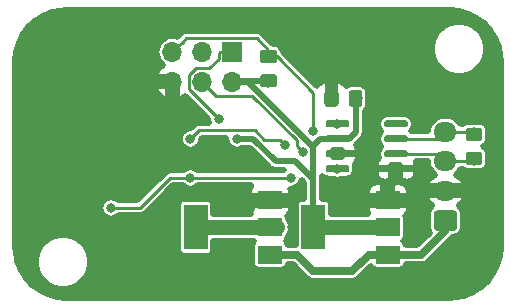
<source format=gbr>
G04 #@! TF.GenerationSoftware,KiCad,Pcbnew,(5.1.4)-1*
G04 #@! TF.CreationDate,2020-02-08T13:17:21-05:00*
G04 #@! TF.ProjectId,Torchic,546f7263-6869-4632-9e6b-696361645f70,rev?*
G04 #@! TF.SameCoordinates,Original*
G04 #@! TF.FileFunction,Copper,L2,Bot*
G04 #@! TF.FilePolarity,Positive*
%FSLAX46Y46*%
G04 Gerber Fmt 4.6, Leading zero omitted, Abs format (unit mm)*
G04 Created by KiCad (PCBNEW (5.1.4)-1) date 2020-02-08 13:17:21*
%MOMM*%
%LPD*%
G04 APERTURE LIST*
%ADD10O,1.950000X1.700000*%
%ADD11C,0.100000*%
%ADD12C,1.700000*%
%ADD13C,1.150000*%
%ADD14R,2.000000X1.500000*%
%ADD15R,2.000000X3.800000*%
%ADD16C,0.600000*%
%ADD17O,1.700000X1.700000*%
%ADD18R,1.700000X1.700000*%
%ADD19C,0.800000*%
%ADD20C,0.508000*%
%ADD21C,1.270000*%
%ADD22C,0.250000*%
%ADD23C,0.635000*%
G04 APERTURE END LIST*
D10*
X96139000Y-49189000D03*
X96139000Y-51689000D03*
X96139000Y-54189000D03*
D11*
G36*
X96888504Y-55840204D02*
G01*
X96912773Y-55843804D01*
X96936571Y-55849765D01*
X96959671Y-55858030D01*
X96981849Y-55868520D01*
X97002893Y-55881133D01*
X97022598Y-55895747D01*
X97040777Y-55912223D01*
X97057253Y-55930402D01*
X97071867Y-55950107D01*
X97084480Y-55971151D01*
X97094970Y-55993329D01*
X97103235Y-56016429D01*
X97109196Y-56040227D01*
X97112796Y-56064496D01*
X97114000Y-56089000D01*
X97114000Y-57289000D01*
X97112796Y-57313504D01*
X97109196Y-57337773D01*
X97103235Y-57361571D01*
X97094970Y-57384671D01*
X97084480Y-57406849D01*
X97071867Y-57427893D01*
X97057253Y-57447598D01*
X97040777Y-57465777D01*
X97022598Y-57482253D01*
X97002893Y-57496867D01*
X96981849Y-57509480D01*
X96959671Y-57519970D01*
X96936571Y-57528235D01*
X96912773Y-57534196D01*
X96888504Y-57537796D01*
X96864000Y-57539000D01*
X95414000Y-57539000D01*
X95389496Y-57537796D01*
X95365227Y-57534196D01*
X95341429Y-57528235D01*
X95318329Y-57519970D01*
X95296151Y-57509480D01*
X95275107Y-57496867D01*
X95255402Y-57482253D01*
X95237223Y-57465777D01*
X95220747Y-57447598D01*
X95206133Y-57427893D01*
X95193520Y-57406849D01*
X95183030Y-57384671D01*
X95174765Y-57361571D01*
X95168804Y-57337773D01*
X95165204Y-57313504D01*
X95164000Y-57289000D01*
X95164000Y-56089000D01*
X95165204Y-56064496D01*
X95168804Y-56040227D01*
X95174765Y-56016429D01*
X95183030Y-55993329D01*
X95193520Y-55971151D01*
X95206133Y-55950107D01*
X95220747Y-55930402D01*
X95237223Y-55912223D01*
X95255402Y-55895747D01*
X95275107Y-55881133D01*
X95296151Y-55868520D01*
X95318329Y-55858030D01*
X95341429Y-55849765D01*
X95365227Y-55843804D01*
X95389496Y-55840204D01*
X95414000Y-55839000D01*
X96864000Y-55839000D01*
X96888504Y-55840204D01*
X96888504Y-55840204D01*
G37*
D12*
X96139000Y-56689000D03*
D11*
G36*
X86827505Y-45656204D02*
G01*
X86851773Y-45659804D01*
X86875572Y-45665765D01*
X86898671Y-45674030D01*
X86920850Y-45684520D01*
X86941893Y-45697132D01*
X86961599Y-45711747D01*
X86979777Y-45728223D01*
X86996253Y-45746401D01*
X87010868Y-45766107D01*
X87023480Y-45787150D01*
X87033970Y-45809329D01*
X87042235Y-45832428D01*
X87048196Y-45856227D01*
X87051796Y-45880495D01*
X87053000Y-45904999D01*
X87053000Y-46805001D01*
X87051796Y-46829505D01*
X87048196Y-46853773D01*
X87042235Y-46877572D01*
X87033970Y-46900671D01*
X87023480Y-46922850D01*
X87010868Y-46943893D01*
X86996253Y-46963599D01*
X86979777Y-46981777D01*
X86961599Y-46998253D01*
X86941893Y-47012868D01*
X86920850Y-47025480D01*
X86898671Y-47035970D01*
X86875572Y-47044235D01*
X86851773Y-47050196D01*
X86827505Y-47053796D01*
X86803001Y-47055000D01*
X86152999Y-47055000D01*
X86128495Y-47053796D01*
X86104227Y-47050196D01*
X86080428Y-47044235D01*
X86057329Y-47035970D01*
X86035150Y-47025480D01*
X86014107Y-47012868D01*
X85994401Y-46998253D01*
X85976223Y-46981777D01*
X85959747Y-46963599D01*
X85945132Y-46943893D01*
X85932520Y-46922850D01*
X85922030Y-46900671D01*
X85913765Y-46877572D01*
X85907804Y-46853773D01*
X85904204Y-46829505D01*
X85903000Y-46805001D01*
X85903000Y-45904999D01*
X85904204Y-45880495D01*
X85907804Y-45856227D01*
X85913765Y-45832428D01*
X85922030Y-45809329D01*
X85932520Y-45787150D01*
X85945132Y-45766107D01*
X85959747Y-45746401D01*
X85976223Y-45728223D01*
X85994401Y-45711747D01*
X86014107Y-45697132D01*
X86035150Y-45684520D01*
X86057329Y-45674030D01*
X86080428Y-45665765D01*
X86104227Y-45659804D01*
X86128495Y-45656204D01*
X86152999Y-45655000D01*
X86803001Y-45655000D01*
X86827505Y-45656204D01*
X86827505Y-45656204D01*
G37*
D13*
X86478000Y-46355000D03*
D11*
G36*
X88877505Y-45656204D02*
G01*
X88901773Y-45659804D01*
X88925572Y-45665765D01*
X88948671Y-45674030D01*
X88970850Y-45684520D01*
X88991893Y-45697132D01*
X89011599Y-45711747D01*
X89029777Y-45728223D01*
X89046253Y-45746401D01*
X89060868Y-45766107D01*
X89073480Y-45787150D01*
X89083970Y-45809329D01*
X89092235Y-45832428D01*
X89098196Y-45856227D01*
X89101796Y-45880495D01*
X89103000Y-45904999D01*
X89103000Y-46805001D01*
X89101796Y-46829505D01*
X89098196Y-46853773D01*
X89092235Y-46877572D01*
X89083970Y-46900671D01*
X89073480Y-46922850D01*
X89060868Y-46943893D01*
X89046253Y-46963599D01*
X89029777Y-46981777D01*
X89011599Y-46998253D01*
X88991893Y-47012868D01*
X88970850Y-47025480D01*
X88948671Y-47035970D01*
X88925572Y-47044235D01*
X88901773Y-47050196D01*
X88877505Y-47053796D01*
X88853001Y-47055000D01*
X88202999Y-47055000D01*
X88178495Y-47053796D01*
X88154227Y-47050196D01*
X88130428Y-47044235D01*
X88107329Y-47035970D01*
X88085150Y-47025480D01*
X88064107Y-47012868D01*
X88044401Y-46998253D01*
X88026223Y-46981777D01*
X88009747Y-46963599D01*
X87995132Y-46943893D01*
X87982520Y-46922850D01*
X87972030Y-46900671D01*
X87963765Y-46877572D01*
X87957804Y-46853773D01*
X87954204Y-46829505D01*
X87953000Y-46805001D01*
X87953000Y-45904999D01*
X87954204Y-45880495D01*
X87957804Y-45856227D01*
X87963765Y-45832428D01*
X87972030Y-45809329D01*
X87982520Y-45787150D01*
X87995132Y-45766107D01*
X88009747Y-45746401D01*
X88026223Y-45728223D01*
X88044401Y-45711747D01*
X88064107Y-45697132D01*
X88085150Y-45684520D01*
X88107329Y-45674030D01*
X88130428Y-45665765D01*
X88154227Y-45659804D01*
X88178495Y-45656204D01*
X88202999Y-45655000D01*
X88853001Y-45655000D01*
X88877505Y-45656204D01*
X88877505Y-45656204D01*
G37*
D13*
X88528000Y-46355000D03*
D11*
G36*
X99026505Y-48820204D02*
G01*
X99050773Y-48823804D01*
X99074572Y-48829765D01*
X99097671Y-48838030D01*
X99119850Y-48848520D01*
X99140893Y-48861132D01*
X99160599Y-48875747D01*
X99178777Y-48892223D01*
X99195253Y-48910401D01*
X99209868Y-48930107D01*
X99222480Y-48951150D01*
X99232970Y-48973329D01*
X99241235Y-48996428D01*
X99247196Y-49020227D01*
X99250796Y-49044495D01*
X99252000Y-49068999D01*
X99252000Y-49719001D01*
X99250796Y-49743505D01*
X99247196Y-49767773D01*
X99241235Y-49791572D01*
X99232970Y-49814671D01*
X99222480Y-49836850D01*
X99209868Y-49857893D01*
X99195253Y-49877599D01*
X99178777Y-49895777D01*
X99160599Y-49912253D01*
X99140893Y-49926868D01*
X99119850Y-49939480D01*
X99097671Y-49949970D01*
X99074572Y-49958235D01*
X99050773Y-49964196D01*
X99026505Y-49967796D01*
X99002001Y-49969000D01*
X98101999Y-49969000D01*
X98077495Y-49967796D01*
X98053227Y-49964196D01*
X98029428Y-49958235D01*
X98006329Y-49949970D01*
X97984150Y-49939480D01*
X97963107Y-49926868D01*
X97943401Y-49912253D01*
X97925223Y-49895777D01*
X97908747Y-49877599D01*
X97894132Y-49857893D01*
X97881520Y-49836850D01*
X97871030Y-49814671D01*
X97862765Y-49791572D01*
X97856804Y-49767773D01*
X97853204Y-49743505D01*
X97852000Y-49719001D01*
X97852000Y-49068999D01*
X97853204Y-49044495D01*
X97856804Y-49020227D01*
X97862765Y-48996428D01*
X97871030Y-48973329D01*
X97881520Y-48951150D01*
X97894132Y-48930107D01*
X97908747Y-48910401D01*
X97925223Y-48892223D01*
X97943401Y-48875747D01*
X97963107Y-48861132D01*
X97984150Y-48848520D01*
X98006329Y-48838030D01*
X98029428Y-48829765D01*
X98053227Y-48823804D01*
X98077495Y-48820204D01*
X98101999Y-48819000D01*
X99002001Y-48819000D01*
X99026505Y-48820204D01*
X99026505Y-48820204D01*
G37*
D13*
X98552000Y-49394000D03*
D11*
G36*
X99026505Y-50870204D02*
G01*
X99050773Y-50873804D01*
X99074572Y-50879765D01*
X99097671Y-50888030D01*
X99119850Y-50898520D01*
X99140893Y-50911132D01*
X99160599Y-50925747D01*
X99178777Y-50942223D01*
X99195253Y-50960401D01*
X99209868Y-50980107D01*
X99222480Y-51001150D01*
X99232970Y-51023329D01*
X99241235Y-51046428D01*
X99247196Y-51070227D01*
X99250796Y-51094495D01*
X99252000Y-51118999D01*
X99252000Y-51769001D01*
X99250796Y-51793505D01*
X99247196Y-51817773D01*
X99241235Y-51841572D01*
X99232970Y-51864671D01*
X99222480Y-51886850D01*
X99209868Y-51907893D01*
X99195253Y-51927599D01*
X99178777Y-51945777D01*
X99160599Y-51962253D01*
X99140893Y-51976868D01*
X99119850Y-51989480D01*
X99097671Y-51999970D01*
X99074572Y-52008235D01*
X99050773Y-52014196D01*
X99026505Y-52017796D01*
X99002001Y-52019000D01*
X98101999Y-52019000D01*
X98077495Y-52017796D01*
X98053227Y-52014196D01*
X98029428Y-52008235D01*
X98006329Y-51999970D01*
X97984150Y-51989480D01*
X97963107Y-51976868D01*
X97943401Y-51962253D01*
X97925223Y-51945777D01*
X97908747Y-51927599D01*
X97894132Y-51907893D01*
X97881520Y-51886850D01*
X97871030Y-51864671D01*
X97862765Y-51841572D01*
X97856804Y-51817773D01*
X97853204Y-51793505D01*
X97852000Y-51769001D01*
X97852000Y-51118999D01*
X97853204Y-51094495D01*
X97856804Y-51070227D01*
X97862765Y-51046428D01*
X97871030Y-51023329D01*
X97881520Y-51001150D01*
X97894132Y-50980107D01*
X97908747Y-50960401D01*
X97925223Y-50942223D01*
X97943401Y-50925747D01*
X97963107Y-50911132D01*
X97984150Y-50898520D01*
X98006329Y-50888030D01*
X98029428Y-50879765D01*
X98053227Y-50873804D01*
X98077495Y-50870204D01*
X98101999Y-50869000D01*
X99002001Y-50869000D01*
X99026505Y-50870204D01*
X99026505Y-50870204D01*
G37*
D13*
X98552000Y-51444000D03*
D14*
X91263000Y-54977000D03*
X91263000Y-59577000D03*
X91263000Y-57277000D03*
D15*
X84963000Y-57277000D03*
D11*
G36*
X92787703Y-52024722D02*
G01*
X92802264Y-52026882D01*
X92816543Y-52030459D01*
X92830403Y-52035418D01*
X92843710Y-52041712D01*
X92856336Y-52049280D01*
X92868159Y-52058048D01*
X92879066Y-52067934D01*
X92888952Y-52078841D01*
X92897720Y-52090664D01*
X92905288Y-52103290D01*
X92911582Y-52116597D01*
X92916541Y-52130457D01*
X92920118Y-52144736D01*
X92922278Y-52159297D01*
X92923000Y-52174000D01*
X92923000Y-52474000D01*
X92922278Y-52488703D01*
X92920118Y-52503264D01*
X92916541Y-52517543D01*
X92911582Y-52531403D01*
X92905288Y-52544710D01*
X92897720Y-52557336D01*
X92888952Y-52569159D01*
X92879066Y-52580066D01*
X92868159Y-52589952D01*
X92856336Y-52598720D01*
X92843710Y-52606288D01*
X92830403Y-52612582D01*
X92816543Y-52617541D01*
X92802264Y-52621118D01*
X92787703Y-52623278D01*
X92773000Y-52624000D01*
X91123000Y-52624000D01*
X91108297Y-52623278D01*
X91093736Y-52621118D01*
X91079457Y-52617541D01*
X91065597Y-52612582D01*
X91052290Y-52606288D01*
X91039664Y-52598720D01*
X91027841Y-52589952D01*
X91016934Y-52580066D01*
X91007048Y-52569159D01*
X90998280Y-52557336D01*
X90990712Y-52544710D01*
X90984418Y-52531403D01*
X90979459Y-52517543D01*
X90975882Y-52503264D01*
X90973722Y-52488703D01*
X90973000Y-52474000D01*
X90973000Y-52174000D01*
X90973722Y-52159297D01*
X90975882Y-52144736D01*
X90979459Y-52130457D01*
X90984418Y-52116597D01*
X90990712Y-52103290D01*
X90998280Y-52090664D01*
X91007048Y-52078841D01*
X91016934Y-52067934D01*
X91027841Y-52058048D01*
X91039664Y-52049280D01*
X91052290Y-52041712D01*
X91065597Y-52035418D01*
X91079457Y-52030459D01*
X91093736Y-52026882D01*
X91108297Y-52024722D01*
X91123000Y-52024000D01*
X92773000Y-52024000D01*
X92787703Y-52024722D01*
X92787703Y-52024722D01*
G37*
D16*
X91948000Y-52324000D03*
D11*
G36*
X92787703Y-50754722D02*
G01*
X92802264Y-50756882D01*
X92816543Y-50760459D01*
X92830403Y-50765418D01*
X92843710Y-50771712D01*
X92856336Y-50779280D01*
X92868159Y-50788048D01*
X92879066Y-50797934D01*
X92888952Y-50808841D01*
X92897720Y-50820664D01*
X92905288Y-50833290D01*
X92911582Y-50846597D01*
X92916541Y-50860457D01*
X92920118Y-50874736D01*
X92922278Y-50889297D01*
X92923000Y-50904000D01*
X92923000Y-51204000D01*
X92922278Y-51218703D01*
X92920118Y-51233264D01*
X92916541Y-51247543D01*
X92911582Y-51261403D01*
X92905288Y-51274710D01*
X92897720Y-51287336D01*
X92888952Y-51299159D01*
X92879066Y-51310066D01*
X92868159Y-51319952D01*
X92856336Y-51328720D01*
X92843710Y-51336288D01*
X92830403Y-51342582D01*
X92816543Y-51347541D01*
X92802264Y-51351118D01*
X92787703Y-51353278D01*
X92773000Y-51354000D01*
X91123000Y-51354000D01*
X91108297Y-51353278D01*
X91093736Y-51351118D01*
X91079457Y-51347541D01*
X91065597Y-51342582D01*
X91052290Y-51336288D01*
X91039664Y-51328720D01*
X91027841Y-51319952D01*
X91016934Y-51310066D01*
X91007048Y-51299159D01*
X90998280Y-51287336D01*
X90990712Y-51274710D01*
X90984418Y-51261403D01*
X90979459Y-51247543D01*
X90975882Y-51233264D01*
X90973722Y-51218703D01*
X90973000Y-51204000D01*
X90973000Y-50904000D01*
X90973722Y-50889297D01*
X90975882Y-50874736D01*
X90979459Y-50860457D01*
X90984418Y-50846597D01*
X90990712Y-50833290D01*
X90998280Y-50820664D01*
X91007048Y-50808841D01*
X91016934Y-50797934D01*
X91027841Y-50788048D01*
X91039664Y-50779280D01*
X91052290Y-50771712D01*
X91065597Y-50765418D01*
X91079457Y-50760459D01*
X91093736Y-50756882D01*
X91108297Y-50754722D01*
X91123000Y-50754000D01*
X92773000Y-50754000D01*
X92787703Y-50754722D01*
X92787703Y-50754722D01*
G37*
D16*
X91948000Y-51054000D03*
D11*
G36*
X92787703Y-49484722D02*
G01*
X92802264Y-49486882D01*
X92816543Y-49490459D01*
X92830403Y-49495418D01*
X92843710Y-49501712D01*
X92856336Y-49509280D01*
X92868159Y-49518048D01*
X92879066Y-49527934D01*
X92888952Y-49538841D01*
X92897720Y-49550664D01*
X92905288Y-49563290D01*
X92911582Y-49576597D01*
X92916541Y-49590457D01*
X92920118Y-49604736D01*
X92922278Y-49619297D01*
X92923000Y-49634000D01*
X92923000Y-49934000D01*
X92922278Y-49948703D01*
X92920118Y-49963264D01*
X92916541Y-49977543D01*
X92911582Y-49991403D01*
X92905288Y-50004710D01*
X92897720Y-50017336D01*
X92888952Y-50029159D01*
X92879066Y-50040066D01*
X92868159Y-50049952D01*
X92856336Y-50058720D01*
X92843710Y-50066288D01*
X92830403Y-50072582D01*
X92816543Y-50077541D01*
X92802264Y-50081118D01*
X92787703Y-50083278D01*
X92773000Y-50084000D01*
X91123000Y-50084000D01*
X91108297Y-50083278D01*
X91093736Y-50081118D01*
X91079457Y-50077541D01*
X91065597Y-50072582D01*
X91052290Y-50066288D01*
X91039664Y-50058720D01*
X91027841Y-50049952D01*
X91016934Y-50040066D01*
X91007048Y-50029159D01*
X90998280Y-50017336D01*
X90990712Y-50004710D01*
X90984418Y-49991403D01*
X90979459Y-49977543D01*
X90975882Y-49963264D01*
X90973722Y-49948703D01*
X90973000Y-49934000D01*
X90973000Y-49634000D01*
X90973722Y-49619297D01*
X90975882Y-49604736D01*
X90979459Y-49590457D01*
X90984418Y-49576597D01*
X90990712Y-49563290D01*
X90998280Y-49550664D01*
X91007048Y-49538841D01*
X91016934Y-49527934D01*
X91027841Y-49518048D01*
X91039664Y-49509280D01*
X91052290Y-49501712D01*
X91065597Y-49495418D01*
X91079457Y-49490459D01*
X91093736Y-49486882D01*
X91108297Y-49484722D01*
X91123000Y-49484000D01*
X92773000Y-49484000D01*
X92787703Y-49484722D01*
X92787703Y-49484722D01*
G37*
D16*
X91948000Y-49784000D03*
D11*
G36*
X92787703Y-48214722D02*
G01*
X92802264Y-48216882D01*
X92816543Y-48220459D01*
X92830403Y-48225418D01*
X92843710Y-48231712D01*
X92856336Y-48239280D01*
X92868159Y-48248048D01*
X92879066Y-48257934D01*
X92888952Y-48268841D01*
X92897720Y-48280664D01*
X92905288Y-48293290D01*
X92911582Y-48306597D01*
X92916541Y-48320457D01*
X92920118Y-48334736D01*
X92922278Y-48349297D01*
X92923000Y-48364000D01*
X92923000Y-48664000D01*
X92922278Y-48678703D01*
X92920118Y-48693264D01*
X92916541Y-48707543D01*
X92911582Y-48721403D01*
X92905288Y-48734710D01*
X92897720Y-48747336D01*
X92888952Y-48759159D01*
X92879066Y-48770066D01*
X92868159Y-48779952D01*
X92856336Y-48788720D01*
X92843710Y-48796288D01*
X92830403Y-48802582D01*
X92816543Y-48807541D01*
X92802264Y-48811118D01*
X92787703Y-48813278D01*
X92773000Y-48814000D01*
X91123000Y-48814000D01*
X91108297Y-48813278D01*
X91093736Y-48811118D01*
X91079457Y-48807541D01*
X91065597Y-48802582D01*
X91052290Y-48796288D01*
X91039664Y-48788720D01*
X91027841Y-48779952D01*
X91016934Y-48770066D01*
X91007048Y-48759159D01*
X90998280Y-48747336D01*
X90990712Y-48734710D01*
X90984418Y-48721403D01*
X90979459Y-48707543D01*
X90975882Y-48693264D01*
X90973722Y-48678703D01*
X90973000Y-48664000D01*
X90973000Y-48364000D01*
X90973722Y-48349297D01*
X90975882Y-48334736D01*
X90979459Y-48320457D01*
X90984418Y-48306597D01*
X90990712Y-48293290D01*
X90998280Y-48280664D01*
X91007048Y-48268841D01*
X91016934Y-48257934D01*
X91027841Y-48248048D01*
X91039664Y-48239280D01*
X91052290Y-48231712D01*
X91065597Y-48225418D01*
X91079457Y-48220459D01*
X91093736Y-48216882D01*
X91108297Y-48214722D01*
X91123000Y-48214000D01*
X92773000Y-48214000D01*
X92787703Y-48214722D01*
X92787703Y-48214722D01*
G37*
D16*
X91948000Y-48514000D03*
D11*
G36*
X87837703Y-48214722D02*
G01*
X87852264Y-48216882D01*
X87866543Y-48220459D01*
X87880403Y-48225418D01*
X87893710Y-48231712D01*
X87906336Y-48239280D01*
X87918159Y-48248048D01*
X87929066Y-48257934D01*
X87938952Y-48268841D01*
X87947720Y-48280664D01*
X87955288Y-48293290D01*
X87961582Y-48306597D01*
X87966541Y-48320457D01*
X87970118Y-48334736D01*
X87972278Y-48349297D01*
X87973000Y-48364000D01*
X87973000Y-48664000D01*
X87972278Y-48678703D01*
X87970118Y-48693264D01*
X87966541Y-48707543D01*
X87961582Y-48721403D01*
X87955288Y-48734710D01*
X87947720Y-48747336D01*
X87938952Y-48759159D01*
X87929066Y-48770066D01*
X87918159Y-48779952D01*
X87906336Y-48788720D01*
X87893710Y-48796288D01*
X87880403Y-48802582D01*
X87866543Y-48807541D01*
X87852264Y-48811118D01*
X87837703Y-48813278D01*
X87823000Y-48814000D01*
X86173000Y-48814000D01*
X86158297Y-48813278D01*
X86143736Y-48811118D01*
X86129457Y-48807541D01*
X86115597Y-48802582D01*
X86102290Y-48796288D01*
X86089664Y-48788720D01*
X86077841Y-48779952D01*
X86066934Y-48770066D01*
X86057048Y-48759159D01*
X86048280Y-48747336D01*
X86040712Y-48734710D01*
X86034418Y-48721403D01*
X86029459Y-48707543D01*
X86025882Y-48693264D01*
X86023722Y-48678703D01*
X86023000Y-48664000D01*
X86023000Y-48364000D01*
X86023722Y-48349297D01*
X86025882Y-48334736D01*
X86029459Y-48320457D01*
X86034418Y-48306597D01*
X86040712Y-48293290D01*
X86048280Y-48280664D01*
X86057048Y-48268841D01*
X86066934Y-48257934D01*
X86077841Y-48248048D01*
X86089664Y-48239280D01*
X86102290Y-48231712D01*
X86115597Y-48225418D01*
X86129457Y-48220459D01*
X86143736Y-48216882D01*
X86158297Y-48214722D01*
X86173000Y-48214000D01*
X87823000Y-48214000D01*
X87837703Y-48214722D01*
X87837703Y-48214722D01*
G37*
D16*
X86998000Y-48514000D03*
D11*
G36*
X87837703Y-49484722D02*
G01*
X87852264Y-49486882D01*
X87866543Y-49490459D01*
X87880403Y-49495418D01*
X87893710Y-49501712D01*
X87906336Y-49509280D01*
X87918159Y-49518048D01*
X87929066Y-49527934D01*
X87938952Y-49538841D01*
X87947720Y-49550664D01*
X87955288Y-49563290D01*
X87961582Y-49576597D01*
X87966541Y-49590457D01*
X87970118Y-49604736D01*
X87972278Y-49619297D01*
X87973000Y-49634000D01*
X87973000Y-49934000D01*
X87972278Y-49948703D01*
X87970118Y-49963264D01*
X87966541Y-49977543D01*
X87961582Y-49991403D01*
X87955288Y-50004710D01*
X87947720Y-50017336D01*
X87938952Y-50029159D01*
X87929066Y-50040066D01*
X87918159Y-50049952D01*
X87906336Y-50058720D01*
X87893710Y-50066288D01*
X87880403Y-50072582D01*
X87866543Y-50077541D01*
X87852264Y-50081118D01*
X87837703Y-50083278D01*
X87823000Y-50084000D01*
X86173000Y-50084000D01*
X86158297Y-50083278D01*
X86143736Y-50081118D01*
X86129457Y-50077541D01*
X86115597Y-50072582D01*
X86102290Y-50066288D01*
X86089664Y-50058720D01*
X86077841Y-50049952D01*
X86066934Y-50040066D01*
X86057048Y-50029159D01*
X86048280Y-50017336D01*
X86040712Y-50004710D01*
X86034418Y-49991403D01*
X86029459Y-49977543D01*
X86025882Y-49963264D01*
X86023722Y-49948703D01*
X86023000Y-49934000D01*
X86023000Y-49634000D01*
X86023722Y-49619297D01*
X86025882Y-49604736D01*
X86029459Y-49590457D01*
X86034418Y-49576597D01*
X86040712Y-49563290D01*
X86048280Y-49550664D01*
X86057048Y-49538841D01*
X86066934Y-49527934D01*
X86077841Y-49518048D01*
X86089664Y-49509280D01*
X86102290Y-49501712D01*
X86115597Y-49495418D01*
X86129457Y-49490459D01*
X86143736Y-49486882D01*
X86158297Y-49484722D01*
X86173000Y-49484000D01*
X87823000Y-49484000D01*
X87837703Y-49484722D01*
X87837703Y-49484722D01*
G37*
D16*
X86998000Y-49784000D03*
D11*
G36*
X87837703Y-50754722D02*
G01*
X87852264Y-50756882D01*
X87866543Y-50760459D01*
X87880403Y-50765418D01*
X87893710Y-50771712D01*
X87906336Y-50779280D01*
X87918159Y-50788048D01*
X87929066Y-50797934D01*
X87938952Y-50808841D01*
X87947720Y-50820664D01*
X87955288Y-50833290D01*
X87961582Y-50846597D01*
X87966541Y-50860457D01*
X87970118Y-50874736D01*
X87972278Y-50889297D01*
X87973000Y-50904000D01*
X87973000Y-51204000D01*
X87972278Y-51218703D01*
X87970118Y-51233264D01*
X87966541Y-51247543D01*
X87961582Y-51261403D01*
X87955288Y-51274710D01*
X87947720Y-51287336D01*
X87938952Y-51299159D01*
X87929066Y-51310066D01*
X87918159Y-51319952D01*
X87906336Y-51328720D01*
X87893710Y-51336288D01*
X87880403Y-51342582D01*
X87866543Y-51347541D01*
X87852264Y-51351118D01*
X87837703Y-51353278D01*
X87823000Y-51354000D01*
X86173000Y-51354000D01*
X86158297Y-51353278D01*
X86143736Y-51351118D01*
X86129457Y-51347541D01*
X86115597Y-51342582D01*
X86102290Y-51336288D01*
X86089664Y-51328720D01*
X86077841Y-51319952D01*
X86066934Y-51310066D01*
X86057048Y-51299159D01*
X86048280Y-51287336D01*
X86040712Y-51274710D01*
X86034418Y-51261403D01*
X86029459Y-51247543D01*
X86025882Y-51233264D01*
X86023722Y-51218703D01*
X86023000Y-51204000D01*
X86023000Y-50904000D01*
X86023722Y-50889297D01*
X86025882Y-50874736D01*
X86029459Y-50860457D01*
X86034418Y-50846597D01*
X86040712Y-50833290D01*
X86048280Y-50820664D01*
X86057048Y-50808841D01*
X86066934Y-50797934D01*
X86077841Y-50788048D01*
X86089664Y-50779280D01*
X86102290Y-50771712D01*
X86115597Y-50765418D01*
X86129457Y-50760459D01*
X86143736Y-50756882D01*
X86158297Y-50754722D01*
X86173000Y-50754000D01*
X87823000Y-50754000D01*
X87837703Y-50754722D01*
X87837703Y-50754722D01*
G37*
D16*
X86998000Y-51054000D03*
D11*
G36*
X87837703Y-52024722D02*
G01*
X87852264Y-52026882D01*
X87866543Y-52030459D01*
X87880403Y-52035418D01*
X87893710Y-52041712D01*
X87906336Y-52049280D01*
X87918159Y-52058048D01*
X87929066Y-52067934D01*
X87938952Y-52078841D01*
X87947720Y-52090664D01*
X87955288Y-52103290D01*
X87961582Y-52116597D01*
X87966541Y-52130457D01*
X87970118Y-52144736D01*
X87972278Y-52159297D01*
X87973000Y-52174000D01*
X87973000Y-52474000D01*
X87972278Y-52488703D01*
X87970118Y-52503264D01*
X87966541Y-52517543D01*
X87961582Y-52531403D01*
X87955288Y-52544710D01*
X87947720Y-52557336D01*
X87938952Y-52569159D01*
X87929066Y-52580066D01*
X87918159Y-52589952D01*
X87906336Y-52598720D01*
X87893710Y-52606288D01*
X87880403Y-52612582D01*
X87866543Y-52617541D01*
X87852264Y-52621118D01*
X87837703Y-52623278D01*
X87823000Y-52624000D01*
X86173000Y-52624000D01*
X86158297Y-52623278D01*
X86143736Y-52621118D01*
X86129457Y-52617541D01*
X86115597Y-52612582D01*
X86102290Y-52606288D01*
X86089664Y-52598720D01*
X86077841Y-52589952D01*
X86066934Y-52580066D01*
X86057048Y-52569159D01*
X86048280Y-52557336D01*
X86040712Y-52544710D01*
X86034418Y-52531403D01*
X86029459Y-52517543D01*
X86025882Y-52503264D01*
X86023722Y-52488703D01*
X86023000Y-52474000D01*
X86023000Y-52174000D01*
X86023722Y-52159297D01*
X86025882Y-52144736D01*
X86029459Y-52130457D01*
X86034418Y-52116597D01*
X86040712Y-52103290D01*
X86048280Y-52090664D01*
X86057048Y-52078841D01*
X86066934Y-52067934D01*
X86077841Y-52058048D01*
X86089664Y-52049280D01*
X86102290Y-52041712D01*
X86115597Y-52035418D01*
X86129457Y-52030459D01*
X86143736Y-52026882D01*
X86158297Y-52024722D01*
X86173000Y-52024000D01*
X87823000Y-52024000D01*
X87837703Y-52024722D01*
X87837703Y-52024722D01*
G37*
D16*
X86998000Y-52324000D03*
D11*
G36*
X81627505Y-42225204D02*
G01*
X81651773Y-42228804D01*
X81675572Y-42234765D01*
X81698671Y-42243030D01*
X81720850Y-42253520D01*
X81741893Y-42266132D01*
X81761599Y-42280747D01*
X81779777Y-42297223D01*
X81796253Y-42315401D01*
X81810868Y-42335107D01*
X81823480Y-42356150D01*
X81833970Y-42378329D01*
X81842235Y-42401428D01*
X81848196Y-42425227D01*
X81851796Y-42449495D01*
X81853000Y-42473999D01*
X81853000Y-43124001D01*
X81851796Y-43148505D01*
X81848196Y-43172773D01*
X81842235Y-43196572D01*
X81833970Y-43219671D01*
X81823480Y-43241850D01*
X81810868Y-43262893D01*
X81796253Y-43282599D01*
X81779777Y-43300777D01*
X81761599Y-43317253D01*
X81741893Y-43331868D01*
X81720850Y-43344480D01*
X81698671Y-43354970D01*
X81675572Y-43363235D01*
X81651773Y-43369196D01*
X81627505Y-43372796D01*
X81603001Y-43374000D01*
X80702999Y-43374000D01*
X80678495Y-43372796D01*
X80654227Y-43369196D01*
X80630428Y-43363235D01*
X80607329Y-43354970D01*
X80585150Y-43344480D01*
X80564107Y-43331868D01*
X80544401Y-43317253D01*
X80526223Y-43300777D01*
X80509747Y-43282599D01*
X80495132Y-43262893D01*
X80482520Y-43241850D01*
X80472030Y-43219671D01*
X80463765Y-43196572D01*
X80457804Y-43172773D01*
X80454204Y-43148505D01*
X80453000Y-43124001D01*
X80453000Y-42473999D01*
X80454204Y-42449495D01*
X80457804Y-42425227D01*
X80463765Y-42401428D01*
X80472030Y-42378329D01*
X80482520Y-42356150D01*
X80495132Y-42335107D01*
X80509747Y-42315401D01*
X80526223Y-42297223D01*
X80544401Y-42280747D01*
X80564107Y-42266132D01*
X80585150Y-42253520D01*
X80607329Y-42243030D01*
X80630428Y-42234765D01*
X80654227Y-42228804D01*
X80678495Y-42225204D01*
X80702999Y-42224000D01*
X81603001Y-42224000D01*
X81627505Y-42225204D01*
X81627505Y-42225204D01*
G37*
D13*
X81153000Y-42799000D03*
D11*
G36*
X81627505Y-44275204D02*
G01*
X81651773Y-44278804D01*
X81675572Y-44284765D01*
X81698671Y-44293030D01*
X81720850Y-44303520D01*
X81741893Y-44316132D01*
X81761599Y-44330747D01*
X81779777Y-44347223D01*
X81796253Y-44365401D01*
X81810868Y-44385107D01*
X81823480Y-44406150D01*
X81833970Y-44428329D01*
X81842235Y-44451428D01*
X81848196Y-44475227D01*
X81851796Y-44499495D01*
X81853000Y-44523999D01*
X81853000Y-45174001D01*
X81851796Y-45198505D01*
X81848196Y-45222773D01*
X81842235Y-45246572D01*
X81833970Y-45269671D01*
X81823480Y-45291850D01*
X81810868Y-45312893D01*
X81796253Y-45332599D01*
X81779777Y-45350777D01*
X81761599Y-45367253D01*
X81741893Y-45381868D01*
X81720850Y-45394480D01*
X81698671Y-45404970D01*
X81675572Y-45413235D01*
X81651773Y-45419196D01*
X81627505Y-45422796D01*
X81603001Y-45424000D01*
X80702999Y-45424000D01*
X80678495Y-45422796D01*
X80654227Y-45419196D01*
X80630428Y-45413235D01*
X80607329Y-45404970D01*
X80585150Y-45394480D01*
X80564107Y-45381868D01*
X80544401Y-45367253D01*
X80526223Y-45350777D01*
X80509747Y-45332599D01*
X80495132Y-45312893D01*
X80482520Y-45291850D01*
X80472030Y-45269671D01*
X80463765Y-45246572D01*
X80457804Y-45222773D01*
X80454204Y-45198505D01*
X80453000Y-45174001D01*
X80453000Y-44523999D01*
X80454204Y-44499495D01*
X80457804Y-44475227D01*
X80463765Y-44451428D01*
X80472030Y-44428329D01*
X80482520Y-44406150D01*
X80495132Y-44385107D01*
X80509747Y-44365401D01*
X80526223Y-44347223D01*
X80544401Y-44330747D01*
X80564107Y-44316132D01*
X80585150Y-44303520D01*
X80607329Y-44293030D01*
X80630428Y-44284765D01*
X80654227Y-44278804D01*
X80678495Y-44275204D01*
X80702999Y-44274000D01*
X81603001Y-44274000D01*
X81627505Y-44275204D01*
X81627505Y-44275204D01*
G37*
D13*
X81153000Y-44849000D03*
D17*
X73025000Y-44958000D03*
X73025000Y-42418000D03*
X75565000Y-44958000D03*
X75565000Y-42418000D03*
X78105000Y-44958000D03*
D18*
X78105000Y-42418000D03*
D14*
X81280000Y-54977000D03*
X81280000Y-59577000D03*
X81280000Y-57277000D03*
D15*
X74980000Y-57277000D03*
D19*
X91948000Y-45847000D03*
X91313000Y-54991000D03*
X86995000Y-51054000D03*
X78486000Y-51816000D03*
X83185000Y-57277000D03*
X93726000Y-58166000D03*
X94107000Y-48514000D03*
X65786000Y-40894000D03*
X65786000Y-45974000D03*
X65786000Y-51054000D03*
X65786000Y-56134000D03*
X70866000Y-61214000D03*
X70866000Y-56134000D03*
X70866000Y-51054000D03*
X70866000Y-45974000D03*
X70866000Y-40894000D03*
X81026000Y-40894000D03*
X86106000Y-40894000D03*
X91186000Y-40894000D03*
X75946000Y-51054000D03*
X75946000Y-61214000D03*
X81026000Y-61214000D03*
X91186000Y-61214000D03*
X96266000Y-61214000D03*
X79629000Y-55753000D03*
X78867000Y-54864000D03*
X77978000Y-53975000D03*
X91313000Y-57277000D03*
X88646000Y-57277000D03*
X85217000Y-57277000D03*
X78486000Y-49784000D03*
X74676000Y-56388000D03*
X74676000Y-58420000D03*
X81280000Y-57277000D03*
X84963000Y-49149000D03*
X84074000Y-50927000D03*
X76962000Y-48133000D03*
X86995000Y-48514000D03*
X86995000Y-52324000D03*
X74549000Y-49784000D03*
X82550000Y-50292000D03*
X67818000Y-55626000D03*
X83058000Y-53086000D03*
X74549000Y-53086000D03*
D20*
X78486000Y-49784000D02*
X79878000Y-49784000D01*
X79878000Y-49784000D02*
X81748001Y-51654001D01*
X81748001Y-51654001D02*
X83410079Y-51654001D01*
X84963000Y-53206922D02*
X84963000Y-57277000D01*
X83410079Y-51654001D02*
X84963000Y-53206922D01*
X78214000Y-44849000D02*
X78105000Y-44958000D01*
X81153000Y-44849000D02*
X78214000Y-44849000D01*
X84963000Y-50679078D02*
X84963000Y-54869000D01*
X79431843Y-44958000D02*
X78105000Y-44958000D01*
X84963000Y-50489157D02*
X79431843Y-44958000D01*
X84963000Y-50844000D02*
X84963000Y-50489157D01*
X84963000Y-54869000D02*
X84963000Y-57277000D01*
D21*
X91313000Y-57277000D02*
X84963000Y-57277000D01*
D20*
X84963000Y-50355080D02*
X84963000Y-54869000D01*
X86998000Y-49784000D02*
X85534080Y-49784000D01*
X85534080Y-49784000D02*
X84963000Y-50355080D01*
X88528000Y-49229000D02*
X87973000Y-49784000D01*
X87973000Y-49784000D02*
X86998000Y-49784000D01*
X88528000Y-46355000D02*
X88528000Y-49229000D01*
D22*
X95504000Y-51054000D02*
X96139000Y-51689000D01*
X91948000Y-51054000D02*
X95504000Y-51054000D01*
X98307000Y-51689000D02*
X98552000Y-51444000D01*
X96139000Y-51689000D02*
X98307000Y-51689000D01*
X95544000Y-49784000D02*
X96139000Y-49189000D01*
X91948000Y-49784000D02*
X95544000Y-49784000D01*
X98347000Y-49189000D02*
X98552000Y-49394000D01*
X96139000Y-49189000D02*
X98347000Y-49189000D01*
D23*
X92898000Y-59577000D02*
X91263000Y-59577000D01*
X96139000Y-57539000D02*
X94101000Y-59577000D01*
X94101000Y-59577000D02*
X92898000Y-59577000D01*
X96139000Y-56689000D02*
X96139000Y-57539000D01*
X83550000Y-59577000D02*
X81915000Y-59577000D01*
X84935000Y-60962000D02*
X83550000Y-59577000D01*
X88243000Y-60962000D02*
X84935000Y-60962000D01*
X89628000Y-59577000D02*
X88243000Y-60962000D01*
X91263000Y-59577000D02*
X89628000Y-59577000D01*
D21*
X81915000Y-57277000D02*
X75615000Y-57277000D01*
D22*
X73874999Y-41568001D02*
X73025000Y-42418000D01*
X74200001Y-41242999D02*
X73874999Y-41568001D01*
X80171999Y-41242999D02*
X74200001Y-41242999D01*
X81153000Y-42224000D02*
X80171999Y-41242999D01*
X81153000Y-42799000D02*
X81153000Y-42224000D01*
X81153000Y-42799000D02*
X81853000Y-42799000D01*
X84963000Y-49149000D02*
X84963000Y-49149000D01*
X81853000Y-42799000D02*
X84963000Y-45909000D01*
X84963000Y-45909000D02*
X84963000Y-49149000D01*
X83547001Y-50400001D02*
X84074000Y-50927000D01*
X83547001Y-49892000D02*
X83547001Y-50400001D01*
X79788002Y-46133001D02*
X83547001Y-49892000D01*
X76740001Y-46133001D02*
X79788002Y-46133001D01*
X75565000Y-44958000D02*
X76740001Y-46133001D01*
X76129001Y-43782999D02*
X75000999Y-43782999D01*
X76929999Y-42982001D02*
X76129001Y-43782999D01*
X75000999Y-43782999D02*
X74389999Y-44393999D01*
X76929999Y-42493001D02*
X76929999Y-42982001D01*
X77005000Y-42418000D02*
X76929999Y-42493001D01*
X78105000Y-42418000D02*
X77005000Y-42418000D01*
X74389999Y-45560999D02*
X76962000Y-48133000D01*
X74389999Y-44393999D02*
X74389999Y-45560999D01*
X79971839Y-49058999D02*
X75274001Y-49058999D01*
X75274001Y-49058999D02*
X74549000Y-49784000D01*
X80804841Y-49892001D02*
X79971839Y-49058999D01*
X82150001Y-49892001D02*
X80804841Y-49892001D01*
X82550000Y-50292000D02*
X82150001Y-49892001D01*
X83058000Y-53086000D02*
X74549000Y-53086000D01*
X74549000Y-53086000D02*
X74549000Y-53086000D01*
X73841894Y-53086000D02*
X74549000Y-53086000D01*
X72840998Y-53086000D02*
X73841894Y-53086000D01*
X70300998Y-55626000D02*
X72840998Y-53086000D01*
X67818000Y-55626000D02*
X70300998Y-55626000D01*
D20*
G36*
X97301926Y-38961094D02*
G01*
X98057670Y-39174236D01*
X98761914Y-39521531D01*
X99391073Y-39991346D01*
X99924086Y-40567956D01*
X100343091Y-41232039D01*
X100634059Y-41961357D01*
X100789305Y-42741828D01*
X100813001Y-43193984D01*
X100813000Y-58903564D01*
X100738906Y-59709926D01*
X100525763Y-60465672D01*
X100178469Y-61169914D01*
X99708651Y-61799076D01*
X99132045Y-62332086D01*
X98467965Y-62751088D01*
X97738644Y-63042059D01*
X96958172Y-63197305D01*
X96506034Y-63221000D01*
X64032436Y-63221000D01*
X63226074Y-63146906D01*
X62470328Y-62933763D01*
X61766086Y-62586469D01*
X61136924Y-62116651D01*
X60603914Y-61540045D01*
X60184912Y-60875965D01*
X59893941Y-60146644D01*
X59858710Y-59969522D01*
X61434224Y-59969522D01*
X61434224Y-60426478D01*
X61523372Y-60874654D01*
X61698242Y-61296826D01*
X61952113Y-61676771D01*
X62275229Y-61999887D01*
X62655174Y-62253758D01*
X63077346Y-62428628D01*
X63525522Y-62517776D01*
X63982478Y-62517776D01*
X64430654Y-62428628D01*
X64852826Y-62253758D01*
X65232771Y-61999887D01*
X65555887Y-61676771D01*
X65809758Y-61296826D01*
X65984628Y-60874654D01*
X66073776Y-60426478D01*
X66073776Y-59969522D01*
X65984628Y-59521346D01*
X65809758Y-59099174D01*
X65555887Y-58719229D01*
X65232771Y-58396113D01*
X64852826Y-58142242D01*
X64430654Y-57967372D01*
X63982478Y-57878224D01*
X63525522Y-57878224D01*
X63077346Y-57967372D01*
X62655174Y-58142242D01*
X62275229Y-58396113D01*
X61952113Y-58719229D01*
X61698242Y-59099174D01*
X61523372Y-59521346D01*
X61434224Y-59969522D01*
X59858710Y-59969522D01*
X59738695Y-59366172D01*
X59715000Y-58914034D01*
X59715000Y-55536570D01*
X66910000Y-55536570D01*
X66910000Y-55715430D01*
X66944894Y-55890854D01*
X67013341Y-56056099D01*
X67112711Y-56204816D01*
X67239184Y-56331289D01*
X67387901Y-56430659D01*
X67553146Y-56499106D01*
X67728570Y-56534000D01*
X67907430Y-56534000D01*
X68082854Y-56499106D01*
X68248099Y-56430659D01*
X68396816Y-56331289D01*
X68469105Y-56259000D01*
X70269910Y-56259000D01*
X70300998Y-56262062D01*
X70332086Y-56259000D01*
X70425088Y-56249840D01*
X70544408Y-56213645D01*
X70654375Y-56154866D01*
X70750762Y-56075764D01*
X70770582Y-56051613D01*
X73103195Y-53719000D01*
X73897895Y-53719000D01*
X73970184Y-53791289D01*
X74118901Y-53890659D01*
X74284146Y-53959106D01*
X74459570Y-53994000D01*
X74638430Y-53994000D01*
X74813854Y-53959106D01*
X74979099Y-53890659D01*
X75127816Y-53791289D01*
X75200105Y-53719000D01*
X79711149Y-53719000D01*
X79643355Y-53801607D01*
X79572597Y-53933984D01*
X79529025Y-54077622D01*
X79514313Y-54227000D01*
X79518000Y-54405500D01*
X79708500Y-54596000D01*
X80899000Y-54596000D01*
X80899000Y-54576000D01*
X81661000Y-54576000D01*
X81661000Y-54596000D01*
X82851500Y-54596000D01*
X83042000Y-54405500D01*
X83045687Y-54227000D01*
X83030975Y-54077622D01*
X83005609Y-53994000D01*
X83147430Y-53994000D01*
X83322854Y-53959106D01*
X83488099Y-53890659D01*
X83636816Y-53791289D01*
X83763289Y-53664816D01*
X83862659Y-53516099D01*
X83931106Y-53350854D01*
X83947398Y-53268950D01*
X84201000Y-53522553D01*
X84201000Y-54866543D01*
X83963000Y-54866543D01*
X83863415Y-54876351D01*
X83767657Y-54905399D01*
X83679405Y-54952571D01*
X83602052Y-55016052D01*
X83538571Y-55093405D01*
X83491399Y-55181657D01*
X83462351Y-55277415D01*
X83452543Y-55377000D01*
X83452543Y-58751500D01*
X82783021Y-58751500D01*
X82780649Y-58727415D01*
X82751601Y-58631657D01*
X82704429Y-58543405D01*
X82640948Y-58466052D01*
X82593362Y-58427000D01*
X82640948Y-58387948D01*
X82704429Y-58310595D01*
X82751601Y-58222343D01*
X82780649Y-58126585D01*
X82790457Y-58027000D01*
X82790457Y-58011973D01*
X82869968Y-57915089D01*
X82976103Y-57716523D01*
X83041461Y-57501067D01*
X83063530Y-57277000D01*
X83041461Y-57052933D01*
X82976103Y-56837477D01*
X82869968Y-56638911D01*
X82790457Y-56542027D01*
X82790457Y-56527000D01*
X82780649Y-56427415D01*
X82751601Y-56331657D01*
X82749396Y-56327532D01*
X82821422Y-56268422D01*
X82916645Y-56152393D01*
X82987403Y-56020016D01*
X83030975Y-55876378D01*
X83045687Y-55727000D01*
X83042000Y-55548500D01*
X82851500Y-55358000D01*
X81661000Y-55358000D01*
X81661000Y-55378000D01*
X80899000Y-55378000D01*
X80899000Y-55358000D01*
X79708500Y-55358000D01*
X79518000Y-55548500D01*
X79514313Y-55727000D01*
X79529025Y-55876378D01*
X79572597Y-56020016D01*
X79633524Y-56134000D01*
X76490457Y-56134000D01*
X76490457Y-55377000D01*
X76480649Y-55277415D01*
X76451601Y-55181657D01*
X76404429Y-55093405D01*
X76340948Y-55016052D01*
X76263595Y-54952571D01*
X76175343Y-54905399D01*
X76079585Y-54876351D01*
X75980000Y-54866543D01*
X73980000Y-54866543D01*
X73880415Y-54876351D01*
X73784657Y-54905399D01*
X73696405Y-54952571D01*
X73619052Y-55016052D01*
X73555571Y-55093405D01*
X73508399Y-55181657D01*
X73479351Y-55277415D01*
X73469543Y-55377000D01*
X73469543Y-59177000D01*
X73479351Y-59276585D01*
X73508399Y-59372343D01*
X73555571Y-59460595D01*
X73619052Y-59537948D01*
X73696405Y-59601429D01*
X73784657Y-59648601D01*
X73880415Y-59677649D01*
X73980000Y-59687457D01*
X75980000Y-59687457D01*
X76079585Y-59677649D01*
X76175343Y-59648601D01*
X76263595Y-59601429D01*
X76340948Y-59537948D01*
X76404429Y-59460595D01*
X76451601Y-59372343D01*
X76480649Y-59276585D01*
X76490457Y-59177000D01*
X76490457Y-58420000D01*
X79958108Y-58420000D01*
X79966638Y-58427000D01*
X79919052Y-58466052D01*
X79855571Y-58543405D01*
X79808399Y-58631657D01*
X79779351Y-58727415D01*
X79769543Y-58827000D01*
X79769543Y-60327000D01*
X79779351Y-60426585D01*
X79808399Y-60522343D01*
X79855571Y-60610595D01*
X79919052Y-60687948D01*
X79996405Y-60751429D01*
X80084657Y-60798601D01*
X80180415Y-60827649D01*
X80280000Y-60837457D01*
X82280000Y-60837457D01*
X82379585Y-60827649D01*
X82475343Y-60798601D01*
X82563595Y-60751429D01*
X82640948Y-60687948D01*
X82704429Y-60610595D01*
X82751601Y-60522343D01*
X82780649Y-60426585D01*
X82783021Y-60402500D01*
X83208068Y-60402500D01*
X84322611Y-61517045D01*
X84348459Y-61548541D01*
X84379955Y-61574389D01*
X84379958Y-61574392D01*
X84474157Y-61651699D01*
X84617566Y-61728353D01*
X84773174Y-61775556D01*
X84894447Y-61787500D01*
X84894449Y-61787500D01*
X84935000Y-61791494D01*
X84975550Y-61787500D01*
X88202450Y-61787500D01*
X88243000Y-61791494D01*
X88283550Y-61787500D01*
X88283553Y-61787500D01*
X88404826Y-61775556D01*
X88560434Y-61728353D01*
X88703842Y-61651699D01*
X88829541Y-61548541D01*
X88855398Y-61517034D01*
X89811843Y-60560591D01*
X89838571Y-60610595D01*
X89902052Y-60687948D01*
X89979405Y-60751429D01*
X90067657Y-60798601D01*
X90163415Y-60827649D01*
X90263000Y-60837457D01*
X92263000Y-60837457D01*
X92362585Y-60827649D01*
X92458343Y-60798601D01*
X92546595Y-60751429D01*
X92623948Y-60687948D01*
X92687429Y-60610595D01*
X92734601Y-60522343D01*
X92763649Y-60426585D01*
X92766021Y-60402500D01*
X94060450Y-60402500D01*
X94101000Y-60406494D01*
X94141550Y-60402500D01*
X94141553Y-60402500D01*
X94262826Y-60390556D01*
X94418434Y-60343353D01*
X94561842Y-60266699D01*
X94687541Y-60163541D01*
X94713398Y-60132034D01*
X96694039Y-58151394D01*
X96725541Y-58125541D01*
X96787981Y-58049457D01*
X96864000Y-58049457D01*
X97012358Y-58034845D01*
X97155014Y-57991571D01*
X97286487Y-57921297D01*
X97401724Y-57826724D01*
X97496297Y-57711487D01*
X97566571Y-57580014D01*
X97609845Y-57437358D01*
X97624457Y-57289000D01*
X97624457Y-56089000D01*
X97609845Y-55940642D01*
X97566571Y-55797986D01*
X97496297Y-55666513D01*
X97401724Y-55551276D01*
X97286487Y-55456703D01*
X97256141Y-55440482D01*
X97308589Y-55403662D01*
X97525486Y-55176533D01*
X97693905Y-54911454D01*
X97751442Y-54810337D01*
X97633489Y-54570000D01*
X96520000Y-54570000D01*
X96520000Y-54590000D01*
X95758000Y-54590000D01*
X95758000Y-54570000D01*
X94644511Y-54570000D01*
X94526558Y-54810337D01*
X94584095Y-54911454D01*
X94752514Y-55176533D01*
X94969411Y-55403662D01*
X95021859Y-55440482D01*
X94991513Y-55456703D01*
X94876276Y-55551276D01*
X94781703Y-55666513D01*
X94711429Y-55797986D01*
X94668155Y-55940642D01*
X94653543Y-56089000D01*
X94653543Y-57289000D01*
X94668155Y-57437358D01*
X94711429Y-57580014D01*
X94781703Y-57711487D01*
X94789536Y-57721031D01*
X93759068Y-58751500D01*
X92766021Y-58751500D01*
X92763649Y-58727415D01*
X92734601Y-58631657D01*
X92687429Y-58543405D01*
X92623948Y-58466052D01*
X92576362Y-58427000D01*
X92623948Y-58387948D01*
X92687429Y-58310595D01*
X92734601Y-58222343D01*
X92763649Y-58126585D01*
X92773457Y-58027000D01*
X92773457Y-56527000D01*
X92763649Y-56427415D01*
X92734601Y-56331657D01*
X92732396Y-56327532D01*
X92804422Y-56268422D01*
X92899645Y-56152393D01*
X92970403Y-56020016D01*
X93013975Y-55876378D01*
X93028687Y-55727000D01*
X93025000Y-55548500D01*
X92834500Y-55358000D01*
X91644000Y-55358000D01*
X91644000Y-55378000D01*
X90882000Y-55378000D01*
X90882000Y-55358000D01*
X89691500Y-55358000D01*
X89501000Y-55548500D01*
X89497313Y-55727000D01*
X89512025Y-55876378D01*
X89555597Y-56020016D01*
X89616524Y-56134000D01*
X86473457Y-56134000D01*
X86473457Y-55377000D01*
X86463649Y-55277415D01*
X86434601Y-55181657D01*
X86387429Y-55093405D01*
X86323948Y-55016052D01*
X86246595Y-54952571D01*
X86158343Y-54905399D01*
X86062585Y-54876351D01*
X85963000Y-54866543D01*
X85725000Y-54866543D01*
X85725000Y-54227000D01*
X89497313Y-54227000D01*
X89501000Y-54405500D01*
X89691500Y-54596000D01*
X90882000Y-54596000D01*
X90882000Y-53655500D01*
X91644000Y-53655500D01*
X91644000Y-54596000D01*
X92834500Y-54596000D01*
X93025000Y-54405500D01*
X93028687Y-54227000D01*
X93013975Y-54077622D01*
X92970403Y-53933984D01*
X92899645Y-53801607D01*
X92804422Y-53685578D01*
X92688393Y-53590355D01*
X92556016Y-53519597D01*
X92412378Y-53476025D01*
X92263000Y-53461313D01*
X91834500Y-53465000D01*
X91644000Y-53655500D01*
X90882000Y-53655500D01*
X90691500Y-53465000D01*
X90263000Y-53461313D01*
X90113622Y-53476025D01*
X89969984Y-53519597D01*
X89837607Y-53590355D01*
X89721578Y-53685578D01*
X89626355Y-53801607D01*
X89555597Y-53933984D01*
X89512025Y-54077622D01*
X89497313Y-54227000D01*
X85725000Y-54227000D01*
X85725000Y-53244345D01*
X85728686Y-53206922D01*
X85725000Y-53169496D01*
X85725000Y-52956618D01*
X85806070Y-53023150D01*
X85920254Y-53084183D01*
X86044151Y-53121767D01*
X86173000Y-53134457D01*
X86578899Y-53134457D01*
X86730146Y-53197106D01*
X86905570Y-53232000D01*
X87084430Y-53232000D01*
X87259854Y-53197106D01*
X87411101Y-53134457D01*
X87823000Y-53134457D01*
X87951849Y-53121767D01*
X88075746Y-53084183D01*
X88189930Y-53023150D01*
X88290014Y-52941014D01*
X88372150Y-52840930D01*
X88433183Y-52726746D01*
X88464350Y-52624000D01*
X90207313Y-52624000D01*
X90222025Y-52773378D01*
X90265597Y-52917016D01*
X90336355Y-53049393D01*
X90431578Y-53165422D01*
X90547607Y-53260645D01*
X90679984Y-53331403D01*
X90823622Y-53374975D01*
X90973000Y-53389687D01*
X91376500Y-53386000D01*
X91567000Y-53195500D01*
X91567000Y-52370000D01*
X92329000Y-52370000D01*
X92329000Y-53195500D01*
X92519500Y-53386000D01*
X92923000Y-53389687D01*
X93072378Y-53374975D01*
X93216016Y-53331403D01*
X93348393Y-53260645D01*
X93464422Y-53165422D01*
X93559645Y-53049393D01*
X93630403Y-52917016D01*
X93673975Y-52773378D01*
X93688687Y-52624000D01*
X93685000Y-52560500D01*
X93494500Y-52370000D01*
X92329000Y-52370000D01*
X91567000Y-52370000D01*
X90401500Y-52370000D01*
X90211000Y-52560500D01*
X90207313Y-52624000D01*
X88464350Y-52624000D01*
X88470767Y-52602849D01*
X88483457Y-52474000D01*
X88483457Y-52174000D01*
X88470767Y-52045151D01*
X88464351Y-52024000D01*
X90207313Y-52024000D01*
X90211000Y-52087500D01*
X90401500Y-52278000D01*
X91567000Y-52278000D01*
X91567000Y-52024000D01*
X92329000Y-52024000D01*
X92329000Y-52278000D01*
X93494500Y-52278000D01*
X93685000Y-52087500D01*
X93688687Y-52024000D01*
X93673975Y-51874622D01*
X93630403Y-51730984D01*
X93606893Y-51687000D01*
X94649627Y-51687000D01*
X94649430Y-51689000D01*
X94675650Y-51955214D01*
X94753302Y-52211198D01*
X94879402Y-52447114D01*
X95049103Y-52653897D01*
X95222804Y-52796448D01*
X94969411Y-52974338D01*
X94752514Y-53201467D01*
X94584095Y-53466546D01*
X94526558Y-53567663D01*
X94644511Y-53808000D01*
X95758000Y-53808000D01*
X95758000Y-53788000D01*
X96520000Y-53788000D01*
X96520000Y-53808000D01*
X97633489Y-53808000D01*
X97751442Y-53567663D01*
X97693905Y-53466546D01*
X97525486Y-53201467D01*
X97308589Y-52974338D01*
X97055196Y-52796448D01*
X97228897Y-52653897D01*
X97398598Y-52447114D01*
X97465473Y-52322000D01*
X97582888Y-52322000D01*
X97679512Y-52401297D01*
X97810985Y-52471571D01*
X97953641Y-52514845D01*
X98101999Y-52529457D01*
X99002001Y-52529457D01*
X99150359Y-52514845D01*
X99293015Y-52471571D01*
X99424488Y-52401297D01*
X99539725Y-52306725D01*
X99634297Y-52191488D01*
X99704571Y-52060015D01*
X99747845Y-51917359D01*
X99762457Y-51769001D01*
X99762457Y-51118999D01*
X99747845Y-50970641D01*
X99704571Y-50827985D01*
X99634297Y-50696512D01*
X99539725Y-50581275D01*
X99424488Y-50486703D01*
X99297825Y-50419000D01*
X99424488Y-50351297D01*
X99539725Y-50256725D01*
X99634297Y-50141488D01*
X99704571Y-50010015D01*
X99747845Y-49867359D01*
X99762457Y-49719001D01*
X99762457Y-49068999D01*
X99747845Y-48920641D01*
X99704571Y-48777985D01*
X99634297Y-48646512D01*
X99539725Y-48531275D01*
X99424488Y-48436703D01*
X99293015Y-48366429D01*
X99150359Y-48323155D01*
X99002001Y-48308543D01*
X98101999Y-48308543D01*
X97953641Y-48323155D01*
X97810985Y-48366429D01*
X97679512Y-48436703D01*
X97564275Y-48531275D01*
X97543984Y-48556000D01*
X97465473Y-48556000D01*
X97398598Y-48430886D01*
X97228897Y-48224103D01*
X97022114Y-48054402D01*
X96786198Y-47928302D01*
X96530214Y-47850650D01*
X96330706Y-47831000D01*
X95947294Y-47831000D01*
X95747786Y-47850650D01*
X95491802Y-47928302D01*
X95255886Y-48054402D01*
X95049103Y-48224103D01*
X94879402Y-48430886D01*
X94753302Y-48666802D01*
X94675650Y-48922786D01*
X94653173Y-49151000D01*
X93220535Y-49151000D01*
X93218098Y-49149000D01*
X93240014Y-49131014D01*
X93322150Y-49030930D01*
X93383183Y-48916746D01*
X93420767Y-48792849D01*
X93433457Y-48664000D01*
X93433457Y-48364000D01*
X93420767Y-48235151D01*
X93383183Y-48111254D01*
X93322150Y-47997070D01*
X93240014Y-47896986D01*
X93139930Y-47814850D01*
X93025746Y-47753817D01*
X92901849Y-47716233D01*
X92773000Y-47703543D01*
X91123000Y-47703543D01*
X90994151Y-47716233D01*
X90870254Y-47753817D01*
X90756070Y-47814850D01*
X90655986Y-47896986D01*
X90573850Y-47997070D01*
X90512817Y-48111254D01*
X90475233Y-48235151D01*
X90462543Y-48364000D01*
X90462543Y-48664000D01*
X90475233Y-48792849D01*
X90512817Y-48916746D01*
X90573850Y-49030930D01*
X90655986Y-49131014D01*
X90677902Y-49149000D01*
X90655986Y-49166986D01*
X90573850Y-49267070D01*
X90512817Y-49381254D01*
X90475233Y-49505151D01*
X90462543Y-49634000D01*
X90462543Y-49934000D01*
X90475233Y-50062849D01*
X90512817Y-50186746D01*
X90573850Y-50300930D01*
X90655986Y-50401014D01*
X90677902Y-50419000D01*
X90655986Y-50436986D01*
X90573850Y-50537070D01*
X90512817Y-50651254D01*
X90475233Y-50775151D01*
X90462543Y-50904000D01*
X90462543Y-51204000D01*
X90475233Y-51332849D01*
X90502898Y-51424047D01*
X90431578Y-51482578D01*
X90336355Y-51598607D01*
X90265597Y-51730984D01*
X90222025Y-51874622D01*
X90207313Y-52024000D01*
X88464351Y-52024000D01*
X88443102Y-51953953D01*
X88514422Y-51895422D01*
X88609645Y-51779393D01*
X88680403Y-51647016D01*
X88723975Y-51503378D01*
X88738687Y-51354000D01*
X88735000Y-51290500D01*
X88544500Y-51100000D01*
X87379000Y-51100000D01*
X87379000Y-51354000D01*
X86617000Y-51354000D01*
X86617000Y-51100000D01*
X86597000Y-51100000D01*
X86597000Y-51008000D01*
X86617000Y-51008000D01*
X86617000Y-50754000D01*
X87379000Y-50754000D01*
X87379000Y-51008000D01*
X88544500Y-51008000D01*
X88735000Y-50817500D01*
X88738687Y-50754000D01*
X88723975Y-50604622D01*
X88680403Y-50460984D01*
X88609645Y-50328607D01*
X88562937Y-50271693D01*
X89040346Y-49794284D01*
X89069422Y-49770422D01*
X89133782Y-49691999D01*
X89164645Y-49654393D01*
X89225473Y-49540590D01*
X89235402Y-49522015D01*
X89278974Y-49378378D01*
X89290000Y-49266426D01*
X89290000Y-49266423D01*
X89293686Y-49229000D01*
X89290000Y-49191577D01*
X89290000Y-47425387D01*
X89390725Y-47342725D01*
X89485297Y-47227488D01*
X89555571Y-47096015D01*
X89598845Y-46953359D01*
X89613457Y-46805001D01*
X89613457Y-45904999D01*
X89598845Y-45756641D01*
X89555571Y-45613985D01*
X89485297Y-45482512D01*
X89390725Y-45367275D01*
X89275488Y-45272703D01*
X89144015Y-45202429D01*
X89001359Y-45159155D01*
X88853001Y-45144543D01*
X88202999Y-45144543D01*
X88054641Y-45159155D01*
X87911985Y-45202429D01*
X87780512Y-45272703D01*
X87733363Y-45311397D01*
X87689645Y-45229607D01*
X87594422Y-45113578D01*
X87478393Y-45018355D01*
X87346016Y-44947597D01*
X87202378Y-44904025D01*
X87053000Y-44889313D01*
X86989500Y-44893000D01*
X86799000Y-45083500D01*
X86799000Y-45974000D01*
X86879000Y-45974000D01*
X86879000Y-46736000D01*
X86799000Y-46736000D01*
X86799000Y-46756000D01*
X86157000Y-46756000D01*
X86157000Y-46736000D01*
X86077000Y-46736000D01*
X86077000Y-45974000D01*
X86157000Y-45974000D01*
X86157000Y-45083500D01*
X85966500Y-44893000D01*
X85903000Y-44889313D01*
X85753622Y-44904025D01*
X85609984Y-44947597D01*
X85477607Y-45018355D01*
X85361578Y-45113578D01*
X85266355Y-45229607D01*
X85235859Y-45286661D01*
X82356930Y-42407733D01*
X82348845Y-42325641D01*
X82305571Y-42182985D01*
X82235297Y-42051512D01*
X82140725Y-41936275D01*
X82139808Y-41935522D01*
X94962224Y-41935522D01*
X94962224Y-42392478D01*
X95051372Y-42840654D01*
X95226242Y-43262826D01*
X95480113Y-43642771D01*
X95803229Y-43965887D01*
X96183174Y-44219758D01*
X96605346Y-44394628D01*
X97053522Y-44483776D01*
X97510478Y-44483776D01*
X97958654Y-44394628D01*
X98380826Y-44219758D01*
X98760771Y-43965887D01*
X99083887Y-43642771D01*
X99337758Y-43262826D01*
X99512628Y-42840654D01*
X99601776Y-42392478D01*
X99601776Y-41935522D01*
X99512628Y-41487346D01*
X99337758Y-41065174D01*
X99083887Y-40685229D01*
X98760771Y-40362113D01*
X98380826Y-40108242D01*
X97958654Y-39933372D01*
X97510478Y-39844224D01*
X97053522Y-39844224D01*
X96605346Y-39933372D01*
X96183174Y-40108242D01*
X95803229Y-40362113D01*
X95480113Y-40685229D01*
X95226242Y-41065174D01*
X95051372Y-41487346D01*
X94962224Y-41935522D01*
X82139808Y-41935522D01*
X82025488Y-41841703D01*
X81894015Y-41771429D01*
X81751359Y-41728155D01*
X81603001Y-41713543D01*
X81537740Y-41713543D01*
X80641583Y-40817386D01*
X80621763Y-40793235D01*
X80525376Y-40714133D01*
X80415409Y-40655354D01*
X80296089Y-40619159D01*
X80203087Y-40609999D01*
X80171999Y-40606937D01*
X80140911Y-40609999D01*
X74231086Y-40609999D01*
X74200000Y-40606937D01*
X74168914Y-40609999D01*
X74168913Y-40609999D01*
X74075911Y-40619159D01*
X73956591Y-40655354D01*
X73846624Y-40714133D01*
X73750237Y-40793235D01*
X73730413Y-40817391D01*
X73449388Y-41098415D01*
X73449382Y-41098420D01*
X73426971Y-41120831D01*
X73291214Y-41079650D01*
X73091706Y-41060000D01*
X72958294Y-41060000D01*
X72758786Y-41079650D01*
X72502802Y-41157302D01*
X72266886Y-41283402D01*
X72060103Y-41453103D01*
X71890402Y-41659886D01*
X71764302Y-41895802D01*
X71686650Y-42151786D01*
X71660430Y-42418000D01*
X71686650Y-42684214D01*
X71764302Y-42940198D01*
X71890402Y-43176114D01*
X72060103Y-43382897D01*
X72260290Y-43547185D01*
X72133423Y-43614989D01*
X71888546Y-43814733D01*
X71687342Y-44058412D01*
X71537544Y-44336661D01*
X71649158Y-44577000D01*
X72644000Y-44577000D01*
X72644000Y-44557000D01*
X73406000Y-44557000D01*
X73406000Y-44577000D01*
X73426000Y-44577000D01*
X73426000Y-45339000D01*
X73406000Y-45339000D01*
X73406000Y-46327489D01*
X73646337Y-46445442D01*
X73916577Y-46301011D01*
X74091847Y-46158044D01*
X76054000Y-48120197D01*
X76054000Y-48222430D01*
X76088894Y-48397854D01*
X76100552Y-48425999D01*
X75305086Y-48425999D01*
X75274000Y-48422937D01*
X75242914Y-48425999D01*
X75242913Y-48425999D01*
X75149911Y-48435159D01*
X75030591Y-48471354D01*
X74920624Y-48530133D01*
X74824237Y-48609235D01*
X74804417Y-48633386D01*
X74561803Y-48876000D01*
X74459570Y-48876000D01*
X74284146Y-48910894D01*
X74118901Y-48979341D01*
X73970184Y-49078711D01*
X73843711Y-49205184D01*
X73744341Y-49353901D01*
X73675894Y-49519146D01*
X73641000Y-49694570D01*
X73641000Y-49873430D01*
X73675894Y-50048854D01*
X73744341Y-50214099D01*
X73843711Y-50362816D01*
X73970184Y-50489289D01*
X74118901Y-50588659D01*
X74284146Y-50657106D01*
X74459570Y-50692000D01*
X74638430Y-50692000D01*
X74813854Y-50657106D01*
X74979099Y-50588659D01*
X75127816Y-50489289D01*
X75254289Y-50362816D01*
X75353659Y-50214099D01*
X75422106Y-50048854D01*
X75457000Y-49873430D01*
X75457000Y-49771197D01*
X75536198Y-49691999D01*
X77578511Y-49691999D01*
X77578000Y-49694570D01*
X77578000Y-49873430D01*
X77612894Y-50048854D01*
X77681341Y-50214099D01*
X77780711Y-50362816D01*
X77907184Y-50489289D01*
X78055901Y-50588659D01*
X78221146Y-50657106D01*
X78396570Y-50692000D01*
X78575430Y-50692000D01*
X78750854Y-50657106D01*
X78916099Y-50588659D01*
X78979942Y-50546000D01*
X79562370Y-50546000D01*
X81182721Y-52166352D01*
X81206579Y-52195423D01*
X81235649Y-52219280D01*
X81322608Y-52290646D01*
X81364131Y-52312840D01*
X81454986Y-52361403D01*
X81598623Y-52404975D01*
X81710575Y-52416001D01*
X81710578Y-52416001D01*
X81748001Y-52419687D01*
X81785424Y-52416001D01*
X82443894Y-52416001D01*
X82406895Y-52453000D01*
X75200105Y-52453000D01*
X75127816Y-52380711D01*
X74979099Y-52281341D01*
X74813854Y-52212894D01*
X74638430Y-52178000D01*
X74459570Y-52178000D01*
X74284146Y-52212894D01*
X74118901Y-52281341D01*
X73970184Y-52380711D01*
X73897895Y-52453000D01*
X72872083Y-52453000D01*
X72840997Y-52449938D01*
X72809911Y-52453000D01*
X72809910Y-52453000D01*
X72716908Y-52462160D01*
X72597588Y-52498355D01*
X72487621Y-52557134D01*
X72391234Y-52636236D01*
X72371414Y-52660387D01*
X70038801Y-54993000D01*
X68469105Y-54993000D01*
X68396816Y-54920711D01*
X68248099Y-54821341D01*
X68082854Y-54752894D01*
X67907430Y-54718000D01*
X67728570Y-54718000D01*
X67553146Y-54752894D01*
X67387901Y-54821341D01*
X67239184Y-54920711D01*
X67112711Y-55047184D01*
X67013341Y-55195901D01*
X66944894Y-55361146D01*
X66910000Y-55536570D01*
X59715000Y-55536570D01*
X59715000Y-45579339D01*
X71537544Y-45579339D01*
X71687342Y-45857588D01*
X71888546Y-46101267D01*
X72133423Y-46301011D01*
X72403663Y-46445442D01*
X72644000Y-46327489D01*
X72644000Y-45339000D01*
X71649158Y-45339000D01*
X71537544Y-45579339D01*
X59715000Y-45579339D01*
X59715000Y-43204436D01*
X59789094Y-42398074D01*
X60002236Y-41642330D01*
X60349531Y-40938086D01*
X60819346Y-40308927D01*
X61395956Y-39775914D01*
X62060039Y-39356909D01*
X62789357Y-39065941D01*
X63569828Y-38910695D01*
X64021965Y-38887000D01*
X96495564Y-38887000D01*
X97301926Y-38961094D01*
X97301926Y-38961094D01*
G37*
X97301926Y-38961094D02*
X98057670Y-39174236D01*
X98761914Y-39521531D01*
X99391073Y-39991346D01*
X99924086Y-40567956D01*
X100343091Y-41232039D01*
X100634059Y-41961357D01*
X100789305Y-42741828D01*
X100813001Y-43193984D01*
X100813000Y-58903564D01*
X100738906Y-59709926D01*
X100525763Y-60465672D01*
X100178469Y-61169914D01*
X99708651Y-61799076D01*
X99132045Y-62332086D01*
X98467965Y-62751088D01*
X97738644Y-63042059D01*
X96958172Y-63197305D01*
X96506034Y-63221000D01*
X64032436Y-63221000D01*
X63226074Y-63146906D01*
X62470328Y-62933763D01*
X61766086Y-62586469D01*
X61136924Y-62116651D01*
X60603914Y-61540045D01*
X60184912Y-60875965D01*
X59893941Y-60146644D01*
X59858710Y-59969522D01*
X61434224Y-59969522D01*
X61434224Y-60426478D01*
X61523372Y-60874654D01*
X61698242Y-61296826D01*
X61952113Y-61676771D01*
X62275229Y-61999887D01*
X62655174Y-62253758D01*
X63077346Y-62428628D01*
X63525522Y-62517776D01*
X63982478Y-62517776D01*
X64430654Y-62428628D01*
X64852826Y-62253758D01*
X65232771Y-61999887D01*
X65555887Y-61676771D01*
X65809758Y-61296826D01*
X65984628Y-60874654D01*
X66073776Y-60426478D01*
X66073776Y-59969522D01*
X65984628Y-59521346D01*
X65809758Y-59099174D01*
X65555887Y-58719229D01*
X65232771Y-58396113D01*
X64852826Y-58142242D01*
X64430654Y-57967372D01*
X63982478Y-57878224D01*
X63525522Y-57878224D01*
X63077346Y-57967372D01*
X62655174Y-58142242D01*
X62275229Y-58396113D01*
X61952113Y-58719229D01*
X61698242Y-59099174D01*
X61523372Y-59521346D01*
X61434224Y-59969522D01*
X59858710Y-59969522D01*
X59738695Y-59366172D01*
X59715000Y-58914034D01*
X59715000Y-55536570D01*
X66910000Y-55536570D01*
X66910000Y-55715430D01*
X66944894Y-55890854D01*
X67013341Y-56056099D01*
X67112711Y-56204816D01*
X67239184Y-56331289D01*
X67387901Y-56430659D01*
X67553146Y-56499106D01*
X67728570Y-56534000D01*
X67907430Y-56534000D01*
X68082854Y-56499106D01*
X68248099Y-56430659D01*
X68396816Y-56331289D01*
X68469105Y-56259000D01*
X70269910Y-56259000D01*
X70300998Y-56262062D01*
X70332086Y-56259000D01*
X70425088Y-56249840D01*
X70544408Y-56213645D01*
X70654375Y-56154866D01*
X70750762Y-56075764D01*
X70770582Y-56051613D01*
X73103195Y-53719000D01*
X73897895Y-53719000D01*
X73970184Y-53791289D01*
X74118901Y-53890659D01*
X74284146Y-53959106D01*
X74459570Y-53994000D01*
X74638430Y-53994000D01*
X74813854Y-53959106D01*
X74979099Y-53890659D01*
X75127816Y-53791289D01*
X75200105Y-53719000D01*
X79711149Y-53719000D01*
X79643355Y-53801607D01*
X79572597Y-53933984D01*
X79529025Y-54077622D01*
X79514313Y-54227000D01*
X79518000Y-54405500D01*
X79708500Y-54596000D01*
X80899000Y-54596000D01*
X80899000Y-54576000D01*
X81661000Y-54576000D01*
X81661000Y-54596000D01*
X82851500Y-54596000D01*
X83042000Y-54405500D01*
X83045687Y-54227000D01*
X83030975Y-54077622D01*
X83005609Y-53994000D01*
X83147430Y-53994000D01*
X83322854Y-53959106D01*
X83488099Y-53890659D01*
X83636816Y-53791289D01*
X83763289Y-53664816D01*
X83862659Y-53516099D01*
X83931106Y-53350854D01*
X83947398Y-53268950D01*
X84201000Y-53522553D01*
X84201000Y-54866543D01*
X83963000Y-54866543D01*
X83863415Y-54876351D01*
X83767657Y-54905399D01*
X83679405Y-54952571D01*
X83602052Y-55016052D01*
X83538571Y-55093405D01*
X83491399Y-55181657D01*
X83462351Y-55277415D01*
X83452543Y-55377000D01*
X83452543Y-58751500D01*
X82783021Y-58751500D01*
X82780649Y-58727415D01*
X82751601Y-58631657D01*
X82704429Y-58543405D01*
X82640948Y-58466052D01*
X82593362Y-58427000D01*
X82640948Y-58387948D01*
X82704429Y-58310595D01*
X82751601Y-58222343D01*
X82780649Y-58126585D01*
X82790457Y-58027000D01*
X82790457Y-58011973D01*
X82869968Y-57915089D01*
X82976103Y-57716523D01*
X83041461Y-57501067D01*
X83063530Y-57277000D01*
X83041461Y-57052933D01*
X82976103Y-56837477D01*
X82869968Y-56638911D01*
X82790457Y-56542027D01*
X82790457Y-56527000D01*
X82780649Y-56427415D01*
X82751601Y-56331657D01*
X82749396Y-56327532D01*
X82821422Y-56268422D01*
X82916645Y-56152393D01*
X82987403Y-56020016D01*
X83030975Y-55876378D01*
X83045687Y-55727000D01*
X83042000Y-55548500D01*
X82851500Y-55358000D01*
X81661000Y-55358000D01*
X81661000Y-55378000D01*
X80899000Y-55378000D01*
X80899000Y-55358000D01*
X79708500Y-55358000D01*
X79518000Y-55548500D01*
X79514313Y-55727000D01*
X79529025Y-55876378D01*
X79572597Y-56020016D01*
X79633524Y-56134000D01*
X76490457Y-56134000D01*
X76490457Y-55377000D01*
X76480649Y-55277415D01*
X76451601Y-55181657D01*
X76404429Y-55093405D01*
X76340948Y-55016052D01*
X76263595Y-54952571D01*
X76175343Y-54905399D01*
X76079585Y-54876351D01*
X75980000Y-54866543D01*
X73980000Y-54866543D01*
X73880415Y-54876351D01*
X73784657Y-54905399D01*
X73696405Y-54952571D01*
X73619052Y-55016052D01*
X73555571Y-55093405D01*
X73508399Y-55181657D01*
X73479351Y-55277415D01*
X73469543Y-55377000D01*
X73469543Y-59177000D01*
X73479351Y-59276585D01*
X73508399Y-59372343D01*
X73555571Y-59460595D01*
X73619052Y-59537948D01*
X73696405Y-59601429D01*
X73784657Y-59648601D01*
X73880415Y-59677649D01*
X73980000Y-59687457D01*
X75980000Y-59687457D01*
X76079585Y-59677649D01*
X76175343Y-59648601D01*
X76263595Y-59601429D01*
X76340948Y-59537948D01*
X76404429Y-59460595D01*
X76451601Y-59372343D01*
X76480649Y-59276585D01*
X76490457Y-59177000D01*
X76490457Y-58420000D01*
X79958108Y-58420000D01*
X79966638Y-58427000D01*
X79919052Y-58466052D01*
X79855571Y-58543405D01*
X79808399Y-58631657D01*
X79779351Y-58727415D01*
X79769543Y-58827000D01*
X79769543Y-60327000D01*
X79779351Y-60426585D01*
X79808399Y-60522343D01*
X79855571Y-60610595D01*
X79919052Y-60687948D01*
X79996405Y-60751429D01*
X80084657Y-60798601D01*
X80180415Y-60827649D01*
X80280000Y-60837457D01*
X82280000Y-60837457D01*
X82379585Y-60827649D01*
X82475343Y-60798601D01*
X82563595Y-60751429D01*
X82640948Y-60687948D01*
X82704429Y-60610595D01*
X82751601Y-60522343D01*
X82780649Y-60426585D01*
X82783021Y-60402500D01*
X83208068Y-60402500D01*
X84322611Y-61517045D01*
X84348459Y-61548541D01*
X84379955Y-61574389D01*
X84379958Y-61574392D01*
X84474157Y-61651699D01*
X84617566Y-61728353D01*
X84773174Y-61775556D01*
X84894447Y-61787500D01*
X84894449Y-61787500D01*
X84935000Y-61791494D01*
X84975550Y-61787500D01*
X88202450Y-61787500D01*
X88243000Y-61791494D01*
X88283550Y-61787500D01*
X88283553Y-61787500D01*
X88404826Y-61775556D01*
X88560434Y-61728353D01*
X88703842Y-61651699D01*
X88829541Y-61548541D01*
X88855398Y-61517034D01*
X89811843Y-60560591D01*
X89838571Y-60610595D01*
X89902052Y-60687948D01*
X89979405Y-60751429D01*
X90067657Y-60798601D01*
X90163415Y-60827649D01*
X90263000Y-60837457D01*
X92263000Y-60837457D01*
X92362585Y-60827649D01*
X92458343Y-60798601D01*
X92546595Y-60751429D01*
X92623948Y-60687948D01*
X92687429Y-60610595D01*
X92734601Y-60522343D01*
X92763649Y-60426585D01*
X92766021Y-60402500D01*
X94060450Y-60402500D01*
X94101000Y-60406494D01*
X94141550Y-60402500D01*
X94141553Y-60402500D01*
X94262826Y-60390556D01*
X94418434Y-60343353D01*
X94561842Y-60266699D01*
X94687541Y-60163541D01*
X94713398Y-60132034D01*
X96694039Y-58151394D01*
X96725541Y-58125541D01*
X96787981Y-58049457D01*
X96864000Y-58049457D01*
X97012358Y-58034845D01*
X97155014Y-57991571D01*
X97286487Y-57921297D01*
X97401724Y-57826724D01*
X97496297Y-57711487D01*
X97566571Y-57580014D01*
X97609845Y-57437358D01*
X97624457Y-57289000D01*
X97624457Y-56089000D01*
X97609845Y-55940642D01*
X97566571Y-55797986D01*
X97496297Y-55666513D01*
X97401724Y-55551276D01*
X97286487Y-55456703D01*
X97256141Y-55440482D01*
X97308589Y-55403662D01*
X97525486Y-55176533D01*
X97693905Y-54911454D01*
X97751442Y-54810337D01*
X97633489Y-54570000D01*
X96520000Y-54570000D01*
X96520000Y-54590000D01*
X95758000Y-54590000D01*
X95758000Y-54570000D01*
X94644511Y-54570000D01*
X94526558Y-54810337D01*
X94584095Y-54911454D01*
X94752514Y-55176533D01*
X94969411Y-55403662D01*
X95021859Y-55440482D01*
X94991513Y-55456703D01*
X94876276Y-55551276D01*
X94781703Y-55666513D01*
X94711429Y-55797986D01*
X94668155Y-55940642D01*
X94653543Y-56089000D01*
X94653543Y-57289000D01*
X94668155Y-57437358D01*
X94711429Y-57580014D01*
X94781703Y-57711487D01*
X94789536Y-57721031D01*
X93759068Y-58751500D01*
X92766021Y-58751500D01*
X92763649Y-58727415D01*
X92734601Y-58631657D01*
X92687429Y-58543405D01*
X92623948Y-58466052D01*
X92576362Y-58427000D01*
X92623948Y-58387948D01*
X92687429Y-58310595D01*
X92734601Y-58222343D01*
X92763649Y-58126585D01*
X92773457Y-58027000D01*
X92773457Y-56527000D01*
X92763649Y-56427415D01*
X92734601Y-56331657D01*
X92732396Y-56327532D01*
X92804422Y-56268422D01*
X92899645Y-56152393D01*
X92970403Y-56020016D01*
X93013975Y-55876378D01*
X93028687Y-55727000D01*
X93025000Y-55548500D01*
X92834500Y-55358000D01*
X91644000Y-55358000D01*
X91644000Y-55378000D01*
X90882000Y-55378000D01*
X90882000Y-55358000D01*
X89691500Y-55358000D01*
X89501000Y-55548500D01*
X89497313Y-55727000D01*
X89512025Y-55876378D01*
X89555597Y-56020016D01*
X89616524Y-56134000D01*
X86473457Y-56134000D01*
X86473457Y-55377000D01*
X86463649Y-55277415D01*
X86434601Y-55181657D01*
X86387429Y-55093405D01*
X86323948Y-55016052D01*
X86246595Y-54952571D01*
X86158343Y-54905399D01*
X86062585Y-54876351D01*
X85963000Y-54866543D01*
X85725000Y-54866543D01*
X85725000Y-54227000D01*
X89497313Y-54227000D01*
X89501000Y-54405500D01*
X89691500Y-54596000D01*
X90882000Y-54596000D01*
X90882000Y-53655500D01*
X91644000Y-53655500D01*
X91644000Y-54596000D01*
X92834500Y-54596000D01*
X93025000Y-54405500D01*
X93028687Y-54227000D01*
X93013975Y-54077622D01*
X92970403Y-53933984D01*
X92899645Y-53801607D01*
X92804422Y-53685578D01*
X92688393Y-53590355D01*
X92556016Y-53519597D01*
X92412378Y-53476025D01*
X92263000Y-53461313D01*
X91834500Y-53465000D01*
X91644000Y-53655500D01*
X90882000Y-53655500D01*
X90691500Y-53465000D01*
X90263000Y-53461313D01*
X90113622Y-53476025D01*
X89969984Y-53519597D01*
X89837607Y-53590355D01*
X89721578Y-53685578D01*
X89626355Y-53801607D01*
X89555597Y-53933984D01*
X89512025Y-54077622D01*
X89497313Y-54227000D01*
X85725000Y-54227000D01*
X85725000Y-53244345D01*
X85728686Y-53206922D01*
X85725000Y-53169496D01*
X85725000Y-52956618D01*
X85806070Y-53023150D01*
X85920254Y-53084183D01*
X86044151Y-53121767D01*
X86173000Y-53134457D01*
X86578899Y-53134457D01*
X86730146Y-53197106D01*
X86905570Y-53232000D01*
X87084430Y-53232000D01*
X87259854Y-53197106D01*
X87411101Y-53134457D01*
X87823000Y-53134457D01*
X87951849Y-53121767D01*
X88075746Y-53084183D01*
X88189930Y-53023150D01*
X88290014Y-52941014D01*
X88372150Y-52840930D01*
X88433183Y-52726746D01*
X88464350Y-52624000D01*
X90207313Y-52624000D01*
X90222025Y-52773378D01*
X90265597Y-52917016D01*
X90336355Y-53049393D01*
X90431578Y-53165422D01*
X90547607Y-53260645D01*
X90679984Y-53331403D01*
X90823622Y-53374975D01*
X90973000Y-53389687D01*
X91376500Y-53386000D01*
X91567000Y-53195500D01*
X91567000Y-52370000D01*
X92329000Y-52370000D01*
X92329000Y-53195500D01*
X92519500Y-53386000D01*
X92923000Y-53389687D01*
X93072378Y-53374975D01*
X93216016Y-53331403D01*
X93348393Y-53260645D01*
X93464422Y-53165422D01*
X93559645Y-53049393D01*
X93630403Y-52917016D01*
X93673975Y-52773378D01*
X93688687Y-52624000D01*
X93685000Y-52560500D01*
X93494500Y-52370000D01*
X92329000Y-52370000D01*
X91567000Y-52370000D01*
X90401500Y-52370000D01*
X90211000Y-52560500D01*
X90207313Y-52624000D01*
X88464350Y-52624000D01*
X88470767Y-52602849D01*
X88483457Y-52474000D01*
X88483457Y-52174000D01*
X88470767Y-52045151D01*
X88464351Y-52024000D01*
X90207313Y-52024000D01*
X90211000Y-52087500D01*
X90401500Y-52278000D01*
X91567000Y-52278000D01*
X91567000Y-52024000D01*
X92329000Y-52024000D01*
X92329000Y-52278000D01*
X93494500Y-52278000D01*
X93685000Y-52087500D01*
X93688687Y-52024000D01*
X93673975Y-51874622D01*
X93630403Y-51730984D01*
X93606893Y-51687000D01*
X94649627Y-51687000D01*
X94649430Y-51689000D01*
X94675650Y-51955214D01*
X94753302Y-52211198D01*
X94879402Y-52447114D01*
X95049103Y-52653897D01*
X95222804Y-52796448D01*
X94969411Y-52974338D01*
X94752514Y-53201467D01*
X94584095Y-53466546D01*
X94526558Y-53567663D01*
X94644511Y-53808000D01*
X95758000Y-53808000D01*
X95758000Y-53788000D01*
X96520000Y-53788000D01*
X96520000Y-53808000D01*
X97633489Y-53808000D01*
X97751442Y-53567663D01*
X97693905Y-53466546D01*
X97525486Y-53201467D01*
X97308589Y-52974338D01*
X97055196Y-52796448D01*
X97228897Y-52653897D01*
X97398598Y-52447114D01*
X97465473Y-52322000D01*
X97582888Y-52322000D01*
X97679512Y-52401297D01*
X97810985Y-52471571D01*
X97953641Y-52514845D01*
X98101999Y-52529457D01*
X99002001Y-52529457D01*
X99150359Y-52514845D01*
X99293015Y-52471571D01*
X99424488Y-52401297D01*
X99539725Y-52306725D01*
X99634297Y-52191488D01*
X99704571Y-52060015D01*
X99747845Y-51917359D01*
X99762457Y-51769001D01*
X99762457Y-51118999D01*
X99747845Y-50970641D01*
X99704571Y-50827985D01*
X99634297Y-50696512D01*
X99539725Y-50581275D01*
X99424488Y-50486703D01*
X99297825Y-50419000D01*
X99424488Y-50351297D01*
X99539725Y-50256725D01*
X99634297Y-50141488D01*
X99704571Y-50010015D01*
X99747845Y-49867359D01*
X99762457Y-49719001D01*
X99762457Y-49068999D01*
X99747845Y-48920641D01*
X99704571Y-48777985D01*
X99634297Y-48646512D01*
X99539725Y-48531275D01*
X99424488Y-48436703D01*
X99293015Y-48366429D01*
X99150359Y-48323155D01*
X99002001Y-48308543D01*
X98101999Y-48308543D01*
X97953641Y-48323155D01*
X97810985Y-48366429D01*
X97679512Y-48436703D01*
X97564275Y-48531275D01*
X97543984Y-48556000D01*
X97465473Y-48556000D01*
X97398598Y-48430886D01*
X97228897Y-48224103D01*
X97022114Y-48054402D01*
X96786198Y-47928302D01*
X96530214Y-47850650D01*
X96330706Y-47831000D01*
X95947294Y-47831000D01*
X95747786Y-47850650D01*
X95491802Y-47928302D01*
X95255886Y-48054402D01*
X95049103Y-48224103D01*
X94879402Y-48430886D01*
X94753302Y-48666802D01*
X94675650Y-48922786D01*
X94653173Y-49151000D01*
X93220535Y-49151000D01*
X93218098Y-49149000D01*
X93240014Y-49131014D01*
X93322150Y-49030930D01*
X93383183Y-48916746D01*
X93420767Y-48792849D01*
X93433457Y-48664000D01*
X93433457Y-48364000D01*
X93420767Y-48235151D01*
X93383183Y-48111254D01*
X93322150Y-47997070D01*
X93240014Y-47896986D01*
X93139930Y-47814850D01*
X93025746Y-47753817D01*
X92901849Y-47716233D01*
X92773000Y-47703543D01*
X91123000Y-47703543D01*
X90994151Y-47716233D01*
X90870254Y-47753817D01*
X90756070Y-47814850D01*
X90655986Y-47896986D01*
X90573850Y-47997070D01*
X90512817Y-48111254D01*
X90475233Y-48235151D01*
X90462543Y-48364000D01*
X90462543Y-48664000D01*
X90475233Y-48792849D01*
X90512817Y-48916746D01*
X90573850Y-49030930D01*
X90655986Y-49131014D01*
X90677902Y-49149000D01*
X90655986Y-49166986D01*
X90573850Y-49267070D01*
X90512817Y-49381254D01*
X90475233Y-49505151D01*
X90462543Y-49634000D01*
X90462543Y-49934000D01*
X90475233Y-50062849D01*
X90512817Y-50186746D01*
X90573850Y-50300930D01*
X90655986Y-50401014D01*
X90677902Y-50419000D01*
X90655986Y-50436986D01*
X90573850Y-50537070D01*
X90512817Y-50651254D01*
X90475233Y-50775151D01*
X90462543Y-50904000D01*
X90462543Y-51204000D01*
X90475233Y-51332849D01*
X90502898Y-51424047D01*
X90431578Y-51482578D01*
X90336355Y-51598607D01*
X90265597Y-51730984D01*
X90222025Y-51874622D01*
X90207313Y-52024000D01*
X88464351Y-52024000D01*
X88443102Y-51953953D01*
X88514422Y-51895422D01*
X88609645Y-51779393D01*
X88680403Y-51647016D01*
X88723975Y-51503378D01*
X88738687Y-51354000D01*
X88735000Y-51290500D01*
X88544500Y-51100000D01*
X87379000Y-51100000D01*
X87379000Y-51354000D01*
X86617000Y-51354000D01*
X86617000Y-51100000D01*
X86597000Y-51100000D01*
X86597000Y-51008000D01*
X86617000Y-51008000D01*
X86617000Y-50754000D01*
X87379000Y-50754000D01*
X87379000Y-51008000D01*
X88544500Y-51008000D01*
X88735000Y-50817500D01*
X88738687Y-50754000D01*
X88723975Y-50604622D01*
X88680403Y-50460984D01*
X88609645Y-50328607D01*
X88562937Y-50271693D01*
X89040346Y-49794284D01*
X89069422Y-49770422D01*
X89133782Y-49691999D01*
X89164645Y-49654393D01*
X89225473Y-49540590D01*
X89235402Y-49522015D01*
X89278974Y-49378378D01*
X89290000Y-49266426D01*
X89290000Y-49266423D01*
X89293686Y-49229000D01*
X89290000Y-49191577D01*
X89290000Y-47425387D01*
X89390725Y-47342725D01*
X89485297Y-47227488D01*
X89555571Y-47096015D01*
X89598845Y-46953359D01*
X89613457Y-46805001D01*
X89613457Y-45904999D01*
X89598845Y-45756641D01*
X89555571Y-45613985D01*
X89485297Y-45482512D01*
X89390725Y-45367275D01*
X89275488Y-45272703D01*
X89144015Y-45202429D01*
X89001359Y-45159155D01*
X88853001Y-45144543D01*
X88202999Y-45144543D01*
X88054641Y-45159155D01*
X87911985Y-45202429D01*
X87780512Y-45272703D01*
X87733363Y-45311397D01*
X87689645Y-45229607D01*
X87594422Y-45113578D01*
X87478393Y-45018355D01*
X87346016Y-44947597D01*
X87202378Y-44904025D01*
X87053000Y-44889313D01*
X86989500Y-44893000D01*
X86799000Y-45083500D01*
X86799000Y-45974000D01*
X86879000Y-45974000D01*
X86879000Y-46736000D01*
X86799000Y-46736000D01*
X86799000Y-46756000D01*
X86157000Y-46756000D01*
X86157000Y-46736000D01*
X86077000Y-46736000D01*
X86077000Y-45974000D01*
X86157000Y-45974000D01*
X86157000Y-45083500D01*
X85966500Y-44893000D01*
X85903000Y-44889313D01*
X85753622Y-44904025D01*
X85609984Y-44947597D01*
X85477607Y-45018355D01*
X85361578Y-45113578D01*
X85266355Y-45229607D01*
X85235859Y-45286661D01*
X82356930Y-42407733D01*
X82348845Y-42325641D01*
X82305571Y-42182985D01*
X82235297Y-42051512D01*
X82140725Y-41936275D01*
X82139808Y-41935522D01*
X94962224Y-41935522D01*
X94962224Y-42392478D01*
X95051372Y-42840654D01*
X95226242Y-43262826D01*
X95480113Y-43642771D01*
X95803229Y-43965887D01*
X96183174Y-44219758D01*
X96605346Y-44394628D01*
X97053522Y-44483776D01*
X97510478Y-44483776D01*
X97958654Y-44394628D01*
X98380826Y-44219758D01*
X98760771Y-43965887D01*
X99083887Y-43642771D01*
X99337758Y-43262826D01*
X99512628Y-42840654D01*
X99601776Y-42392478D01*
X99601776Y-41935522D01*
X99512628Y-41487346D01*
X99337758Y-41065174D01*
X99083887Y-40685229D01*
X98760771Y-40362113D01*
X98380826Y-40108242D01*
X97958654Y-39933372D01*
X97510478Y-39844224D01*
X97053522Y-39844224D01*
X96605346Y-39933372D01*
X96183174Y-40108242D01*
X95803229Y-40362113D01*
X95480113Y-40685229D01*
X95226242Y-41065174D01*
X95051372Y-41487346D01*
X94962224Y-41935522D01*
X82139808Y-41935522D01*
X82025488Y-41841703D01*
X81894015Y-41771429D01*
X81751359Y-41728155D01*
X81603001Y-41713543D01*
X81537740Y-41713543D01*
X80641583Y-40817386D01*
X80621763Y-40793235D01*
X80525376Y-40714133D01*
X80415409Y-40655354D01*
X80296089Y-40619159D01*
X80203087Y-40609999D01*
X80171999Y-40606937D01*
X80140911Y-40609999D01*
X74231086Y-40609999D01*
X74200000Y-40606937D01*
X74168914Y-40609999D01*
X74168913Y-40609999D01*
X74075911Y-40619159D01*
X73956591Y-40655354D01*
X73846624Y-40714133D01*
X73750237Y-40793235D01*
X73730413Y-40817391D01*
X73449388Y-41098415D01*
X73449382Y-41098420D01*
X73426971Y-41120831D01*
X73291214Y-41079650D01*
X73091706Y-41060000D01*
X72958294Y-41060000D01*
X72758786Y-41079650D01*
X72502802Y-41157302D01*
X72266886Y-41283402D01*
X72060103Y-41453103D01*
X71890402Y-41659886D01*
X71764302Y-41895802D01*
X71686650Y-42151786D01*
X71660430Y-42418000D01*
X71686650Y-42684214D01*
X71764302Y-42940198D01*
X71890402Y-43176114D01*
X72060103Y-43382897D01*
X72260290Y-43547185D01*
X72133423Y-43614989D01*
X71888546Y-43814733D01*
X71687342Y-44058412D01*
X71537544Y-44336661D01*
X71649158Y-44577000D01*
X72644000Y-44577000D01*
X72644000Y-44557000D01*
X73406000Y-44557000D01*
X73406000Y-44577000D01*
X73426000Y-44577000D01*
X73426000Y-45339000D01*
X73406000Y-45339000D01*
X73406000Y-46327489D01*
X73646337Y-46445442D01*
X73916577Y-46301011D01*
X74091847Y-46158044D01*
X76054000Y-48120197D01*
X76054000Y-48222430D01*
X76088894Y-48397854D01*
X76100552Y-48425999D01*
X75305086Y-48425999D01*
X75274000Y-48422937D01*
X75242914Y-48425999D01*
X75242913Y-48425999D01*
X75149911Y-48435159D01*
X75030591Y-48471354D01*
X74920624Y-48530133D01*
X74824237Y-48609235D01*
X74804417Y-48633386D01*
X74561803Y-48876000D01*
X74459570Y-48876000D01*
X74284146Y-48910894D01*
X74118901Y-48979341D01*
X73970184Y-49078711D01*
X73843711Y-49205184D01*
X73744341Y-49353901D01*
X73675894Y-49519146D01*
X73641000Y-49694570D01*
X73641000Y-49873430D01*
X73675894Y-50048854D01*
X73744341Y-50214099D01*
X73843711Y-50362816D01*
X73970184Y-50489289D01*
X74118901Y-50588659D01*
X74284146Y-50657106D01*
X74459570Y-50692000D01*
X74638430Y-50692000D01*
X74813854Y-50657106D01*
X74979099Y-50588659D01*
X75127816Y-50489289D01*
X75254289Y-50362816D01*
X75353659Y-50214099D01*
X75422106Y-50048854D01*
X75457000Y-49873430D01*
X75457000Y-49771197D01*
X75536198Y-49691999D01*
X77578511Y-49691999D01*
X77578000Y-49694570D01*
X77578000Y-49873430D01*
X77612894Y-50048854D01*
X77681341Y-50214099D01*
X77780711Y-50362816D01*
X77907184Y-50489289D01*
X78055901Y-50588659D01*
X78221146Y-50657106D01*
X78396570Y-50692000D01*
X78575430Y-50692000D01*
X78750854Y-50657106D01*
X78916099Y-50588659D01*
X78979942Y-50546000D01*
X79562370Y-50546000D01*
X81182721Y-52166352D01*
X81206579Y-52195423D01*
X81235649Y-52219280D01*
X81322608Y-52290646D01*
X81364131Y-52312840D01*
X81454986Y-52361403D01*
X81598623Y-52404975D01*
X81710575Y-52416001D01*
X81710578Y-52416001D01*
X81748001Y-52419687D01*
X81785424Y-52416001D01*
X82443894Y-52416001D01*
X82406895Y-52453000D01*
X75200105Y-52453000D01*
X75127816Y-52380711D01*
X74979099Y-52281341D01*
X74813854Y-52212894D01*
X74638430Y-52178000D01*
X74459570Y-52178000D01*
X74284146Y-52212894D01*
X74118901Y-52281341D01*
X73970184Y-52380711D01*
X73897895Y-52453000D01*
X72872083Y-52453000D01*
X72840997Y-52449938D01*
X72809911Y-52453000D01*
X72809910Y-52453000D01*
X72716908Y-52462160D01*
X72597588Y-52498355D01*
X72487621Y-52557134D01*
X72391234Y-52636236D01*
X72371414Y-52660387D01*
X70038801Y-54993000D01*
X68469105Y-54993000D01*
X68396816Y-54920711D01*
X68248099Y-54821341D01*
X68082854Y-54752894D01*
X67907430Y-54718000D01*
X67728570Y-54718000D01*
X67553146Y-54752894D01*
X67387901Y-54821341D01*
X67239184Y-54920711D01*
X67112711Y-55047184D01*
X67013341Y-55195901D01*
X66944894Y-55361146D01*
X66910000Y-55536570D01*
X59715000Y-55536570D01*
X59715000Y-45579339D01*
X71537544Y-45579339D01*
X71687342Y-45857588D01*
X71888546Y-46101267D01*
X72133423Y-46301011D01*
X72403663Y-46445442D01*
X72644000Y-46327489D01*
X72644000Y-45339000D01*
X71649158Y-45339000D01*
X71537544Y-45579339D01*
X59715000Y-45579339D01*
X59715000Y-43204436D01*
X59789094Y-42398074D01*
X60002236Y-41642330D01*
X60349531Y-40938086D01*
X60819346Y-40308927D01*
X61395956Y-39775914D01*
X62060039Y-39356909D01*
X62789357Y-39065941D01*
X63569828Y-38910695D01*
X64021965Y-38887000D01*
X96495564Y-38887000D01*
X97301926Y-38961094D01*
M02*

</source>
